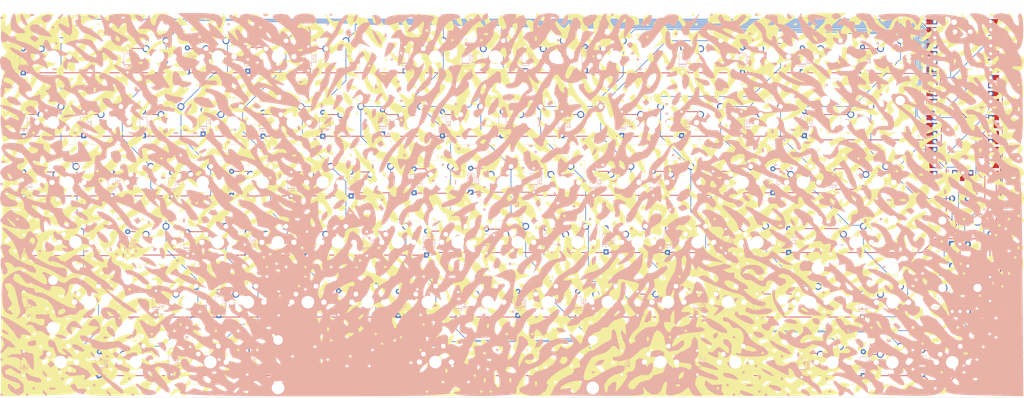
<source format=kicad_pcb>
(kicad_pcb (version 20240108) (generator "pcbnew") (generator_version "8.0")
  (layers (0 "F.Cu" signal) (31 "B.Cu" signal) (34 "B.Paste" user) (35 "F.Paste" user) (36 "B.SilkS" user "B.Silkscreen") (37 "F.SilkS" user "F.Silkscreen") (38 "B.Mask" user) (39 "F.Mask" user) (44 "Edge.Cuts" user))
  (net 0 "")
  (net 1 "row1")
  (net 2 "Net-(D1-A)")
  (net 3 "Net-(D2-A)")
  (net 4 "Net-(D3-A)")
  (net 5 "Net-(D4-A)")
  (net 6 "Net-(D5-A)")
  (net 7 "Net-(D6-A)")
  (net 8 "Net-(D7-A)")
  (net 9 "Net-(D8-A)")
  (net 10 "Net-(D9-A)")
  (net 11 "Net-(D10-A)")
  (net 12 "Net-(D11-A)")
  (net 13 "Net-(D12-A)")
  (net 14 "Net-(D13-A)")
  (net 15 "Net-(D14-A)")
  (net 16 "row2")
  (net 17 "Net-(D15-A)")
  (net 18 "Net-(D16-A)")
  (net 19 "Net-(D17-A)")
  (net 20 "Net-(D18-A)")
  (net 21 "Net-(D19-A)")
  (net 22 "Net-(D20-A)")
  (net 23 "Net-(D21-A)")
  (net 24 "Net-(D22-A)")
  (net 25 "Net-(D23-A)")
  (net 26 "Net-(D24-A)")
  (net 27 "Net-(D25-A)")
  (net 28 "Net-(D26-A)")
  (net 29 "Net-(D27-A)")
  (net 30 "Net-(D28-A)")
  (net 31 "row3")
  (net 32 "Net-(D29-A)")
  (net 33 "Net-(D30-A)")
  (net 34 "Net-(D31-A)")
  (net 35 "Net-(D32-A)")
  (net 36 "Net-(D33-A)")
  (net 37 "Net-(D34-A)")
  (net 38 "Net-(D35-A)")
  (net 39 "Net-(D36-A)")
  (net 40 "Net-(D37-A)")
  (net 41 "Net-(D38-A)")
  (net 42 "Net-(D39-A)")
  (net 43 "Net-(D40-A)")
  (net 44 "Net-(D41-A)")
  (net 45 "Net-(D42-A)")
  (net 46 "row4")
  (net 47 "Net-(D43-A)")
  (net 48 "Net-(D44-A)")
  (net 49 "Net-(D45-A)")
  (net 50 "Net-(D46-A)")
  (net 51 "Net-(D47-A)")
  (net 52 "Net-(D48-A)")
  (net 53 "Net-(D49-A)")
  (net 54 "Net-(D50-A)")
  (net 55 "Net-(D51-A)")
  (net 56 "Net-(D52-A)")
  (net 57 "Net-(D53-A)")
  (net 58 "Net-(D54-A)")
  (net 59 "row5")
  (net 60 "Net-(D55-A)")
  (net 61 "Net-(D56-A)")
  (net 62 "Net-(D57-A)")
  (net 63 "Net-(D58-A)")
  (net 64 "Net-(D59-A)")
  (net 65 "Net-(D60-A)")
  (net 66 "Net-(D61-A)")
  (net 67 "col1")
  (net 68 "col2")
  (net 69 "col3")
  (net 70 "col4")
  (net 71 "col5")
  (net 72 "col6")
  (net 73 "col7")
  (net 74 "col8")
  (net 75 "col9")
  (net 76 "col10")
  (net 77 "col11")
  (net 78 "col12")
  (net 79 "col13")
  (net 80 "col14")
  (net 81 "Net-(D62-A)")
  (net 85 "Net-(D63-A)")
  (net 87 "re2")
  (net 88 "re1")
  (net 91 "re3")
  (net 95 "GND")
  (net 96 "re4")
  (net 97 "Net-(D64-A)")
  (net 98 "Net-(D67-A)")
  (net 99 "Net-(D68-A)")
  (net 100 "row6")
  (net 101 "Net-(D69-A)")
  (net 102 "Net-(D70-A)")
  (net 103 "Net-(D71-A)")
  (net 105 "Net-(D72-A)")
  (net 106 "Net-(D73-A)")
  (net 107 "Net-(D74-A)")
  (net 108 "Net-(D75-A)")
  (net 109 "Net-(D76-A)")
  (net 110 "Net-(D77-A)")
  (net 111 "Net-(D78-A)")
  (net 112 "Net-(D79-A)")
  (net 113 "Net-(D80-A)")
  (footprint "Button_Switch_Keyboard:SW_Cherry_MX_1.00u_PCB" (layer "F.Cu") (at 76.33125 123.02875)
    (property "Reference" "SW1")
    (property "Value" "SW_Push")
  )
  (footprint "Button_Switch_Keyboard:SW_Cherry_MX_1.00u_PCB" (layer "F.Cu") (at 324.00875 102.07625)
    (property "Reference" "SW79")
    (property "Value" "SW_Push")
  )
  (footprint "Button_Switch_Keyboard:SW_Cherry_MX_1.00u_PCB" (layer "F.Cu") (at 204.91875 161.12875)
    (property "Reference" "SW35")
    (property "Value" "SW_Push")
  )
  (footprint "Button_Switch_Keyboard:SW_Cherry_MX_1.00u_PCB" (layer "F.Cu") (at 323.93375 199.3125)
    (property "Reference" "SW60")
    (property "Value" "SW_Push")
  )
  (footprint "Button_Switch_Keyboard:SW_Cherry_MX_1.00u_PCB" (layer "F.Cu") (at 214.45925 180.17875)
    (property "Reference" "SW48")
    (property "Value" "SW_Push")
  )
  (footprint "Button_Switch_Keyboard:SW_Cherry_MX_1.00u_PCB" (layer "F.Cu") (at 104.84525 142.07875)
    (property "Reference" "SW16")
    (property "Value" "SW_Push")
  )
  (footprint "Button_Switch_Keyboard:SW_Cherry_MX_1.00u_PCB" (layer "F.Cu") (at 362.03375 199.3135)
    (property "Reference" "SW64")
    (property "Value" "SW_Push")
  )
  (footprint "Button_Switch_Keyboard:SW_Cherry_MX_1.25u_PCB" (layer "F.Cu") (at 293.12875 199.2855)
    (property "Reference" "SW59")
    (property "Value" "SW_Push")
  )
  (footprint "Button_Switch_Keyboard:SW_Cherry_MX_1.00u_PCB" (layer "F.Cu") (at 119.19375 180.17875)
    (property "Reference" "SW43")
    (property "Value" "SW_Push")
  )
  (footprint "Button_Switch_Keyboard:SW_Cherry_MX_1.00u_PCB" (layer "F.Cu") (at 281.11875 161.12875)
    (property "Reference" "SW39")
    (property "Value" "SW_Push")
  )
  (footprint "Button_Switch_Keyboard:SW_Cherry_MX_1.00u_PCB" (layer "F.Cu") (at 304.93125 123.02875)
    (property "Reference" "SW13")
    (property "Value" "SW_Push")
  )
  (footprint "Button_Switch_Keyboard:SW_Cherry_MX_1.00u_PCB" (layer "F.Cu") (at 252.59225 180.17875)
    (property "Reference" "SW50")
    (property "Value" "SW_Push")
  )
  (footprint "Button_Switch_Keyboard:SW_Cherry_MX_1.00u_PCB" (layer "F.Cu") (at 300.16875 161.12875)
    (property "Reference" "SW40")
    (property "Value" "SW_Push")
  )
  (footprint "Button_Switch_Keyboard:SW_Cherry_MX_1.00u_PCB" (layer "F.Cu") (at 138.24375 180.17875)
    (property "Reference" "SW44")
    (property "Value" "SW_Push")
  )
  (footprint "Button_Switch_Keyboard:SW_Cherry_MX_1.00u_PCB" (layer "F.Cu") (at 285.90875 102.07625)
    (property "Reference" "SW77")
    (property "Value" "SW_Push")
  )
  (footprint "Button_Switch_Keyboard:SW_Cherry_MX_1.00u_PCB" (layer "F.Cu") (at 228.73125 123.02875)
    (property "Reference" "SW9")
    (property "Value" "SW_Push")
  )
  (footprint "Button_Switch_Keyboard:SW_Cherry_MX_1.00u_PCB" (layer "F.Cu") (at 343.05875 180.23325)
    (property "Reference" "SW67")
    (property "Value" "SW_Push")
  )
  (footprint "Button_Switch_Keyboard:SW_Cherry_MX_1.00u_PCB" (layer "F.Cu") (at 114.43125 123.02875)
    (property "Reference" "SW3")
    (property "Value" "SW_Push")
  )
  (footprint "Button_Switch_Keyboard:SW_Cherry_MX_1.50u_PCB" (layer "F.Cu") (at 338.40125 142.07875)
    (property "Reference" "SW28")
    (property "Value" "SW_Push")
  )
  (footprint "Button_Switch_Keyboard:SW_Cherry_MX_1.00u_PCB" (layer "F.Cu") (at 254.9525 102.07625)
    (property "Reference" "SW76")
    (property "Value" "SW_Push")
  )
  (footprint "Button_Switch_Keyboard:SW_Cherry_MX_2.25u_PCB" (layer "F.Cu") (at 88.2375 180.17875)
    (property "Reference" "SW42")
    (property "Value" "SW_Push")
  )
  (footprint "Button_Switch_Keyboard:SW_Cherry_MX_1.00u_PCB" (layer "F.Cu") (at 247.81825 123.02875)
    (property "Reference" "SW10")
    (property "Value" "SW_Push")
  )
  (footprint "Button_Switch_Keyboard:SW_Cherry_MX_1.00u_PCB" (layer "F.Cu") (at 147.79625 102.07625)
    (property "Reference" "SW71")
    (property "Value" "SW_Push")
  )
  (footprint "Button_Switch_Keyboard:SW_Cherry_MX_1.75u_PCB" (layer "F.Cu") (at 83.475 161.12875)
    (property "Reference" "SW29")
    (property "Value" "SW_Push")
  )
  (footprint "Button_Switch_Keyboard:SW_Cherry_MX_1.00u_PCB" (layer "F.Cu") (at 262.06875 161.12875)
    (property "Reference" "SW38")
    (property "Value" "SW_Push")
  )
  (footprint "Button_Switch_Keyboard:SW_Cherry_MX_1.00u_PCB" (layer "F.Cu") (at 109.66875 161.12875)
    (property "Reference" "SW30")
    (property "Value" "SW_Push")
  )
  (footprint "Button_Switch_Keyboard:SW_Cherry_MX_1.00u_PCB" (layer "F.Cu") (at 171.58125 123.02875)
    (property "Reference" "SW6")
    (property "Value" "SW_Push")
  )
  (footprint "Button_Switch_Keyboard:SW_Cherry_MX_1.00u_PCB" (layer "F.Cu") (at 266.83125 123.02875)
    (property "Reference" "SW11")
    (property "Value" "SW_Push")
  )
  (footprint "Button_Switch_Keyboard:SW_Cherry_MX_2.00u_PCB" (layer "F.Cu") (at 333.61325 123.02875)
    (property "Reference" "SW14")
    (property "Value" "SW_Push")
  )
  (footprint "Button_Switch_Keyboard:SW_Cherry_MX_1.00u_PCB" (layer "F.Cu") (at 233.52825 180.17875)
    (property "Reference" "SW49")
    (property "Value" "SW_Push")
  )
  (footprint "Button_Switch_Keyboard:SW_Cherry_MX_1.00u_PCB" (layer "F.Cu") (at 290.77325 180.17875)
    (property "Reference" "SW52")
    (property "Value" "SW_Push")
  )
  (footprint "Button_Switch_Keyboard:SW_Cherry_MX_1.00u_PCB" (layer "F.Cu") (at 342.98375 199.3135)
    (property "Reference" "SW61")
    (property "Value" "SW_Push")
  )
  (footprint "Button_Switch_Keyboard:SW_Cherry_MX_1.00u_PCB" (layer "F.Cu") (at 142.94525 142.07875)
    (property "Reference" "SW18")
    (property "Value" "SW_Push")
  )
  (footprint "Rotary_Encoder:RotaryEncoder_Alps_EC11E-Switch_Vertical_H20mm_CircularMountingHoles" (layer "F.Cu") (at 359.45 188.225 90)
    (property "Reference" "SW62")
    (property "Value" "RotaryEncoder_Switch" (hide yes))
  )
  (footprint "Button_Switch_Keyboard:SW_Cherry_MX_1.00u_PCB" (layer "F.Cu") (at 123.89525 142.07875)
    (property "Reference" "SW17")
    (property "Value" "SW_Push")
  )
  (footprint "Button_Switch_Keyboard:SW_Cherry_MX_1.00u_PCB" (layer "F.Cu") (at 109.69625 102.07625)
    (property "Reference" "SW69")
    (property "Value" "SW_Push")
  )
  (footprint "Button_Switch_Keyboard:SW_Cherry_MX_1.00u_PCB" (layer "F.Cu") (at 176.34375 180.17875)
    (property "Reference" "SW46")
    (property "Value" "SW_Push")
  )
  (footprint "Button_Switch_Keyboard:SW_Cherry_MX_1.00u_PCB" (layer "F.Cu") (at 147.76875 161.12875)
    (property "Reference" "SW32")
    (property "Value" "SW_Push")
  )
  (footprint "Button_Switch_Keyboard:SW_Cherry_MX_1.00u_PCB" (layer "F.Cu") (at 243.01875 161.12875)
    (property "Reference" "SW37")
    (property "Value" "SW_Push")
  )
  (footprint "Button_Switch_Keyboard:SW_Cherry_MX_1.00u_PCB" (layer "F.Cu") (at 200.09525 142.07875)
    (property "Reference" "SW21")
    (property "Value" "SW_Push")
  )
  (footprint "Button_Switch_Keyboard:SW_Cherry_MX_1.00u_PCB" (layer "F.Cu") (at 223.96875 161.12875)
    (property "Reference" "SW36")
    (property "Value" "SW_Push")
  )
  (footprint "Button_Switch_Keyboard:SW_Cherry_MX_1.00u_PCB" (layer "F.Cu") (at 276.42125 142.07875)
    (property "Reference" "SW25")
    (property "Value" "SW_Push")
  )
  (footprint "Button_Switch_Keyboard:SW_Cherry_MX_1.00u_PCB" (layer "F.Cu") (at 314.53625 142.07875)
    (property "Reference" "SW27")
    (property "Value" "SW_Push")
  )
  (footprint "Button_Switch_Keyboard:SW_Cherry_MX_1.00u_PCB" (layer "F.Cu") (at 257.39125 142.07875)
    (property "Reference" "SW24")
    (property "Value" "SW_Push")
  )
  (footprint "Rotary_Encoder:RotaryEncoder_Alps_EC11E-Switch_Vertical_H20mm_CircularMountingHoles" (layer "F.Cu") (at 359.45 166.79375 90)
    (property "Reference" "SW63" (hide yes))
    (property "Value" "RotaryEncoder_Switch" (hide yes))
  )
  (footprint "Button_Switch_Keyboard:SW_Cherry_MX_1.00u_PCB" (layer "F.Cu") (at 238.32125 142.07875)
    (property "Reference" "SW23")
    (property "Value" "SW_Push")
  )
  (footprint "pico:RPi_Pico_SMD_TH" (layer "F.Cu") (at 362.817 120.178)
    (property "Reference" "U1")
    (property "Value" "Pico" (hide yes))
  )
  (footprint "Button_Switch_Keyboard:SW_Cherry_MX_1.00u_PCB" (layer "F.Cu") (at 197.8025 102.07625)
    (property "Reference" "SW73")
    (property "Value" "SW_Push")
  )
  (footprint "Button_Switch_Keyboard:SW_Cherry_MX_1.00u_PCB" (layer "F.Cu") (at 295.45125 142.07875)
    (property "Reference" "SW26")
    (property "Value" "SW_Push")
  )
  (footprint "Button_Switch_Keyboard:SW_Cherry_MX_1.00u_PCB" (layer "F.Cu") (at 128.71875 161.12875)
    (property "Reference" "SW31")
    (property "Value" "SW_Push")
  )
  (footprint "Button_Switch_Keyboard:SW_Cherry_MX_1.00u_PCB" (layer "F.Cu") (at 157.29375 180.17875)
    (property "Reference" "SW45")
    (property "Value" "SW_Push")
  )
  (footprint "Button_Switch_Keyboard:SW_Cherry_MX_1.50u_PCB" (layer "F.Cu") (at 81.09375 142.07875)
    (property "Reference" "SW15")
    (property "Value" "SW_Push")
  )
  (footprint "LOGO" (layer "F.Cu") (at 219.75 154.25)
    (property "Reference" "G***")
    (property "Value" "LOGO" (hide yes))
  )
  (footprint "Button_Switch_Keyboard:SW_Cherry_MX_1.00u_PCB" (layer "F.Cu") (at 128.74625 102.07625)
    (property "Reference" "SW70")
    (property "Value" "SW_Push")
  )
  (footprint "Button_Switch_Keyboard:SW_Cherry_MX_1.00u_PCB" (layer "F.Cu") (at 185.86875 161.12875)
    (property "Reference" "SW34")
    (property "Value" "SW_Push")
  )
  (footprint "Button_Switch_Keyboard:SW_Cherry_MX_1.75u_PCB" (layer "F.Cu") (at 316.865 180.23325)
    (property "Reference" "SW53")
    (property "Value" "SW_Push")
  )
  (footprint "Button_Switch_Keyboard:SW_Cherry_MX_1.00u_PCB" (layer "F.Cu") (at 133.48125 123.02875)
    (property "Reference" "SW4")
    (property "Value" "SW_Push")
  )
  (footprint "Button_Switch_Keyboard:SW_Cherry_MX_2.25u_PCB" (layer "F.Cu") (at 331.26425 161.12875)
    (property "Reference" "SW41")
    (property "Value" "SW_Push")
  )
  (footprint "Button_Switch_Keyboard:SW_Cherry_MX_1.00u_PCB" (layer "F.Cu") (at 181.04525 142.07875)
    (property "Reference" "SW20")
    (property "Value" "SW_Push")
  )
  (footprint "Button_Switch_Keyboard:SW_Cherry_MX_1.00u_PCB" (layer "F.Cu") (at 216.8525 102.07625)
    (property "Reference" "SW74")
    (property "Value" "SW_Push")
  )
  (footprint "Button_Switch_Keyboard:SW_Cherry_MX_1.25u_PCB" (layer "F.Cu") (at 78.73175 199.2285)
    (property "Reference" "SW54")
    (property "Value" "SW_Push")
  )
  (footprint "Button_Switch_Keyboard:SW_Cherry_MX_1.00u_PCB" (layer "F.Cu") (at 285.88125 123.02875)
    (property "Reference" "SW12")
    (property "Value" "SW_Push")
  )
  (footprint "Button_Switch_Keyboard:SW_Cherry_MX_1.00u_PCB" (layer "F.Cu") (at 95.38125 123.02875)
    (property "Reference" "SW2")
    (property "Value" "SW_Push")
  )
  (footprint "Button_Switch_Keyboard:SW_Cherry_MX_1.25u_PCB" (layer "F.Cu") (at 102.55575 199.2545)
    (property "Reference" "SW55")
    (property "Value" "SW_Push")
  )
  (footprint "Button_Switch_Keyboard:SW_Cherry_MX_1.00u_PCB" (layer "F.Cu") (at 343.05875 102.07625)
    (property "Reference" "SW80")
    (property "Value" "SW_Push")
  )
  (footprint "Button_Switch_Keyboard:SW_Cherry_MX_1.00u_PCB" (layer "F.Cu") (at 166.84625 102.07625)
    (property "Reference" "SW72")
    (property "Value" "SW_Push")
  )
  (footprint "Button_Switch_Keyboard:SW_Cherry_MX_1.00u_PCB" (layer "F.Cu") (at 76.35875 102.07625)
    (property "Reference" "SW68")
    (property "Value" "SW_Push")
  )
  (footprint "Button_Switch_Keyboard:SW_Cherry_MX_1.00u_PCB" (layer "F.Cu") (at 161.99525 142.07875)
    (property "Reference" "SW19")
    (property "Value" "SW_Push")
  )
  (footprint "Button_Switch_Keyboard:SW_Cherry_MX_1.00u_PCB" (layer "F.Cu") (at 190.63125 123.02875)
    (property "Reference" "SW7")
    (property "Value" "SW_Push")
  )
  (footprint "Button_Switch_Keyboard:SW_Cherry_MX_1.00u_PCB" (layer "F.Cu") (at 152.53125 123.02875)
    (property "Reference" "SW5")
    (property "Value" "SW_Push")
  )
  (footprint "Button_Switch_Keyboard:SW_Cherry_MX_1.00u_PCB" (layer "F.Cu") (at 304.95875 102.07625)
    (property "Reference" "SW78")
    (property "Value" "SW_Push")
  )
  (footprint "Button_Switch_Keyboard:SW_Cherry_MX_1.25u_PCB" (layer "F.Cu") (at 269.32275 199.2325)
    (property "Reference" "SW58")
    (property "Value" "SW_Push")
  )
  (footprint "Button_Switch_Keyboard:SW_Cherry_MX_1.00u_PCB" (layer "F.Cu") (at 209.70125 123.02875)
    (property "Reference" "SW8")
    (property "Value" "SW_Push")
  )
  (footprint "Button_Switch_Keyboard:SW_Cherry_MX_1.00u_PCB" (layer "F.Cu") (at 166.81875 161.12875)
    (property "Reference" "SW33")
    (property "Value" "SW_Push")
  )
  (footprint "Button_Switch_Keyboard:SW_Cherry_MX_1.00u_PCB" (layer "F.Cu") (at 195.40925 180.17875)
    (property "Reference" "SW47")
    (property "Value" "SW_Push")
  )
  (footprint "Button_Switch_Keyboard:SW_Cherry_MX_6.25u_PCB" (layer "F.Cu") (at 197.82375 199.2245)
    (property "Reference" "SW57")
    (property "Value" "SW_Push")
  )
  (footprint "Button_Switch_Keyboard:SW_Cherry_MX_1.25u_PCB" (layer "F.Cu") (at 126.30575 199.2415)
    (property "Reference" "SW56")
    (property "Value" "SW_Push")
  )
  (footprint "Button_Switch_Keyboard:SW_Cherry_MX_1.00u_PCB" (layer "F.Cu") (at 219.29125 142.07875)
    (property "Reference" "SW22")
    (property "Value" "SW_Push")
  )
  (footprint "Button_Switch_Keyboard:SW_Cherry_MX_1.00u_PCB" (layer "F.Cu") (at 271.68925 180.17875)
    (property "Reference" "SW51")
    (property "Value" "SW_Push")
  )
  (footprint "Button_Switch_Keyboard:SW_Cherry_MX_1.00u_PCB" (layer "F.Cu") (at 235.9025 102.07625)
    (property "Reference" "SW75")
    (property "Value" "SW_Push")
  )
  (footprint "Diode_THT:D_DO-35_SOD27_P7.62mm_Horizontal" (layer "B.Cu") (at 164.5 189.27 90)
    (property "Reference" "D46")
    (property "Value" "1N4148")
  )
  (footprint "Diode_THT:D_DO-35_SOD27_P7.62mm_Horizontal" (layer "B.Cu") (at 235.5 132.27 90)
    (property "Reference" "D10")
    (property "Value" "1N4148")
  )
  (footprint "Diode_THT:D_DO-35_SOD27_P7.62mm_Horizontal" (layer "B.Cu") (at 242.9 111.596 90)
    (property "Reference" "D76")
    (property "Value" "1N4148")
  )
  (footprint "Diode_THT:D_DO-35_SOD27_P7.62mm_Horizontal" (layer "B.Cu") (at 135.5 208.27 90)
    (property "Reference" "D57")
    (property "Value" "1N4148")
  )
  (footprint "Diode_THT:D_DO-35_SOD27_P7.62mm_Horizontal" (layer "B.Cu") (at 154.889 111.57 90)
    (property "Reference" "D72")
    (property "Value" "1N4148")
  )
  (footprint "Diode_THT:D_DO-35_SOD27_P7.62mm_Horizontal" (layer "B.Cu") (at 192.5 170.27 90)
    (property "Reference" "D35")
    (property "Value" "1N4148")
  )
  (footprint "Diode_THT:D_DO-35_SOD27_P7.62mm_Horizontal" (layer "B.Cu") (at 216.5 132.27 90)
    (property "Reference" "D9")
    (property "Value" "1N4148")
  )
  (footprint "Diode_THT:D_DO-35_SOD27_P7.62mm_Horizontal" (layer "B.Cu") (at 302.5 150.46 90)
    (property "Reference" "D27")
    (property "Value" "1N4148")
  )
  (footprint "Diode_THT:D_DO-35_SOD27_P7.62mm_Horizontal" (layer "B.Cu") (at 126.5 189.46 90)
    (property "Reference" "D44")
    (property "Value" "1N4148")
  )
  (footprint "Diode_THT:D_DO-35_SOD27_P7.62mm_Horizontal" (layer "B.Cu") (at 149.5 151.46 90)
    (property "Reference" "D19")
    (property "Value" "1N4148")
  )
  (footprint "Diode_THT:D_DO-35_SOD27_P7.62mm_Horizontal" (layer "B.Cu") (at 273.797 111.976 90)
    (property "Reference" "D77")
    (property "Value" "1N4148")
  )
  (footprint "Diode_THT:D_DO-35_SOD27_P7.62mm_Horizontal" (layer "B.Cu") (at 197.5 132.27 90)
    (property "Reference" "D8")
    (property "Value" "1N4148")
  )
  (footprint "Diode_THT:D_DO-35_SOD27_P7.62mm_Horizontal" (layer "B.Cu") (at 140.5 132.46 90)
    (property "Reference" "D5")
    (property "Value" "1N4148")
  )
  (footprint "Diode_THT:D_DO-35_SOD27_P7.62mm_Horizontal" (layer "B.Cu") (at 188.5 150.46 90)
    (property "Reference" "D21")
    (property "Value" "1N4148")
  )
  (footprint "Diode_THT:D_DO-35_SOD27_P7.62mm_Horizontal" (layer "B.Cu") (at 135.5 170.46 90)
    (property "Reference" "D32")
    (property "Value" "1N4148")
  )
  (footprint "Diode_THT:D_DO-35_SOD27_P7.62mm_Horizontal" (layer "B.Cu") (at 83.5 132.27 90)
    (property "Reference" "D2")
    (property "Value" "1N4148")
  )
  (footprint "Diode_THT:D_DO-35_SOD27_P7.62mm_Horizontal" (layer "B.Cu") (at 102.5 132.27 90)
    (property "Reference" "D3")
    (property "Value" "1N4148")
  )
  (footprint "Diode_THT:D_DO-35_SOD27_P7.62mm_Horizontal" (layer "B.Cu") (at 204.866 111.671 90)
    (property "Reference" "D74")
    (property "Value" "1N4148")
  )
  (footprint "Diode_THT:D_DO-35_SOD27_P7.62mm_Horizontal" (layer "B.Cu") (at 178.5 131.76 90)
    (property "Reference" "D7")
    (property "Value" "1N4148")
  )
  (footprint "Diode_THT:D_DO-35_SOD27_P7.62mm_Horizontal" (layer "B.Cu") (at 230.5 169.46 90)
    (property "Reference" "D37")
    (property "Value" "1N4148")
  )
  (footprint "Diode_THT:D_DO-35_SOD27_P7.62mm_Horizontal" (layer "B.Cu") (at 97.5 170.46 90)
    (property "Reference" "D30")
    (property "Value" "1N4148")
  )
  (footprint "Diode_THT:D_DO-35_SOD27_P7.62mm_Horizontal" (layer "B.Cu") (at 312.5 132.27 90)
    (property "Reference" "D14")
    (property "Value" "1N4148")
  )
  (footprint "Diode_THT:D_DO-35_SOD27_P7.62mm_Horizontal" (layer "B.Cu") (at 371.475 177.27125 -90)
    (property "Reference" "D62")
    (property "Value" "1N4148")
  )
  (footprint "Diode_THT:D_DO-35_SOD27_P7.62mm_Horizontal" (layer "B.Cu") (at 64.5 208.65 90)
    (property "Reference" "D54")
    (property "Value" "1N4148")
  )
  (footprint "Diode_THT:D_DO-35_SOD27_P7.62mm_Horizontal" (layer "B.Cu") (at 64.302 112.282 90)
    (property "Reference" "D68")
    (property "Value" "1N4148")
  )
  (footprint "Diode_THT:D_DO-35_SOD27_P7.62mm_Horizontal" (layer "B.Cu") (at 350.044 208.267 90)
    (property "Reference" "D64")
    (property "Value" "1N4148")
  )
  (footprint "Diode_THT:D_DO-35_SOD27_P7.62mm_Horizontal" (layer "B.Cu") (at 331.23625 208.65 90)
    (property "Reference" "D61")
    (property "Value" "1N4148")
  )
  (footprint "Diode_THT:D_DO-35_SOD27_P7.62mm_Horizontal" (layer "B.Cu") (at 183.5 189.46 90)
    (property "Reference" "D47")
    (property "Value" "1N4148")
  )
  (footprint "Diode_THT:D_DO-35_SOD27_P7.62mm_Horizontal" (layer "B.Cu") (at 269 169.46 90)
    (property "Reference" "D39")
    (property "Value" "1N4148")
  )
  (footprint "Diode_THT:D_DO-35_SOD27_P7.62mm_Horizontal" (layer "B.Cu") (at 168.5 151.46 90)
    (property "Reference" "D20")
    (property "Value" "1N4148")
  )
  (footprint "Diode_THT:D_DO-35_SOD27_P7.62mm_Horizontal" (layer "B.Cu") (at 145.5 189.46 90)
    (property "Reference" "D45")
    (property "Value" "1N4148")
  )
  (footprint "Diode_THT:D_DO-35_SOD27_P7.62mm_Horizontal" (layer "B.Cu") (at 245.5 151.27 90)
    (property "Reference" "D24")
    (property "Value" "1N4148")
  )
  (footprint "Diode_THT:D_DO-35_SOD27_P7.62mm_Horizontal" (layer "B.Cu") (at 64.5 151.46 90)
    (property "Reference" "D15")
    (property "Value" "1N4148")
  )
  (footprint "Diode_THT:D_DO-35_SOD27_P7.62mm_Horizontal" (layer "B.Cu") (at 154.5 170.46 90)
    (property "Reference" "D33")
    (property "Value" "1N4148")
  )
  (footprint "Diode_THT:D_DO-35_SOD27_P7.62mm_Horizontal" (layer "B.Cu") (at 202.5 189.65 90)
    (property "Reference" "D48")
    (property "Value" "1N4148")
  )
  (footprint "Diode_THT:D_DO-35_SOD27_P7.62mm_Horizontal" (layer "B.Cu") (at 321.5 150.46 90)
    (property "Reference" "D28")
    (property "Value" "1N4148")
  )
  (footprint "Diode_THT:D_DO-35_SOD27_P7.62mm_Horizontal" (layer "B.Cu") (at 116.474 111.982 90)
    (property "Reference" "D70")
    (property "Value" "1N4148")
  )
  (footprint "Diode_THT:D_DO-35_SOD27_P7.62mm_Horizontal" (layer "B.Cu") (at 278.5 208.27 90)
    (property "Reference" "D59")
    (property "Value" "1N4148")
  )
  (footprint "Diode_THT:D_DO-35_SOD27_P7.62mm_Horizontal" (layer "B.Cu") (at 259.5 189.46 90)
    (property "Reference" "D51")
    (property "Value" "1N4148")
  )
  (footprint "Diode_THT:D_DO-35_SOD27_P7.62mm_Horizontal" (layer "B.Cu") (at 254.5 132.27 90)
    (property "Reference" "D11")
    (property "Value" "1N4148")
  )
  (footprint "Diode_THT:D_DO-35_SOD27_P7.62mm_Horizontal" (layer "B.Cu") (at 173.5 170.46 90)
    (property "Reference" "D34")
    (property "Value" "1N4148")
  )
  (footprint "Diode_THT:D_DO-35_SOD27_P7.62mm_Horizontal" (layer "B.Cu") (at 264.5 151.27 90)
    (property "Reference" "D25")
    (property "Value" "1N4148")
  )
  (footprint "Diode_THT:D_DO-35_SOD27_P7.62mm_Horizontal" (layer "B.Cu") (at 307.5 169.46 90)
    (property "Reference" "D41")
    (property "Value" "1N4148")
  )
  (footprint "Diode_THT:D_DO-35_SOD27_P7.62mm_Horizontal" (layer "B.Cu") (at 223.83 111.641 90)
    (property "Reference" "D75")
    (property "Value" "1N4148")
  )
  (footprint "Diode_THT:D_DO-35_SOD27_P7.62mm_Horizontal" (layer "B.Cu") (at 371.475 155.84 -90)
    (property "Reference" "D63")
    (property "Value" "1N4148")
  )
  (footprint "Diode_THT:D_DO-35_SOD27_P7.62mm_Horizontal" (layer "B.Cu") (at 111.5 208.27 90)
    (property "Reference" "D56")
    (property "Value" "1N4148")
  )
  (footprint "Diode_THT:D_DO-35_SOD27_P7.62mm_Horizontal" (layer "B.Cu") (at 135.668 111.784 90)
    (property "Reference" "D71")
    (property "Value" "1N4148")
  )
  (footprint "Diode_THT:D_DO-35_SOD27_P7.62mm_Horizontal" (layer "B.Cu") (at 206.5 150.27 90)
    (property "Reference" "D22")
    (property "Value" "1N4148")
  )
  (footprint "Diode_THT:D_DO-35_SOD27_P7.62mm_Horizontal" (layer "B.Cu") (at 292.5 132.27 90)
    (property "Reference" "D13")
    (property "Value" "1N4148")
  )
  (footprint "Diode_THT:D_DO-35_SOD27_P7.62mm_Horizontal" (layer "B.Cu") (at 221.5 189.46 90)
    (property "Reference" "D49")
    (property "Value" "1N4148")
  )
  (footprint "Diode_THT:D_DO-35_SOD27_P7.62mm_Horizontal" (layer "B.Cu") (at 185.685 111.696 90)
    (property "Reference" "D73")
    (property "Value" "1N4148")
  )
  (footprint "Diode_THT:D_DO-35_SOD27_P7.62mm_Horizontal" (layer "B.Cu") (at 64.5 132.46 90)
    (property "Reference" "D1")
    (property "Value" "1N4148")
  )
  (footprint "Diode_THT:D_DO-35_SOD27_P7.62mm_Horizontal" (layer "B.Cu") (at 311.644 209.166 90)
    (property "Reference" "D60")
    (property "Value" "1N4148")
  )
  (footprint "Diode_THT:D_DO-35_SOD27_P7.62mm_Horizontal" (layer "B.Cu") (at 130.5 151.27 90)
    (property "Reference" "D18")
    (property "Value" "1N4148")
  )
  (footprint "Diode_THT:D_DO-35_SOD27_P7.62mm_Horizontal" (layer "B.Cu") (at 330.991 111.761 90)
    (property "Reference" "D80")
    (property "Value" "1N4148")
  )
  (footprint "Diode_THT:D_DO-35_SOD27_P7.62mm_Horizontal" (layer "B.Cu") (at 92.5 151.46 90)
    (property "Reference" "D16")
    (property "Value" "1N4148")
  )
  (footprint "Diode_THT:D_DO-35_SOD27_P7.62mm_Horizontal" (layer "B.Cu") (at 97.463 112.138 90)
    (property "Reference" "D69")
    (property "Value" "1N4148")
  )
  (footprint "Diode_THT:D_DO-35_SOD27_P7.62mm_Horizontal" (layer "B.Cu") (at 254.5 208.27 90)
    (property "Reference" "D58")
    (property "Value" "1N4148")
  )
  (footprint "Diode_THT:D_DO-35_SOD27_P7.62mm_Horizontal" (layer "B.Cu") (at 211.5 169.65 90)
    (property "Reference" "D36")
    (property "Value" "1N4148")
  )
  (footprint "Diode_THT:D_DO-35_SOD27_P7.62mm_Horizontal" (layer "B.Cu") (at 226.5 150.27 90)
    (property "Reference" "D23")
    (property "Value" "1N4148")
  )
  (footprint "Diode_THT:D_DO-35_SOD27_P7.62mm_Horizontal" (layer "B.Cu") (at 159.5 132.46 90)
    (property "Reference" "D6")
    (property "Value" "1N4148")
  )
  (footprint "Diode_THT:D_DO-35_SOD27_P7.62mm_Horizontal" (layer "B.Cu") (at 330.974 189.976 90)
    (property "Reference" "D67")
    (property "Value" "1N4148")
  )
  (footprint "Diode_THT:D_DO-35_SOD27_P7.62mm_Horizontal" (layer "B.Cu") (at 116.5 170.46 90)
    (property "Reference" "D31")
    (property "Value" "1N4148")
  )
  (footprint "Diode_THT:D_DO-35_SOD27_P7.62mm_Horizontal" (layer "B.Cu") (at 311.862 111.966 90)
    (property "Reference" "D79")
    (property "Value" "1N4148")
  )
  (footprint "Diode_THT:D_DO-35_SOD27_P7.62mm_Horizontal" (layer "B.Cu") (at 292.849 112.034 90)
    (property "Reference" "D78")
    (property "Value" "1N4148")
  )
  (footprint "Diode_THT:D_DO-35_SOD27_P7.62mm_Horizontal" (layer "B.Cu") (at 273.5 132.27 90)
    (property "Reference" "D12")
    (property "Value" "1N4148")
  )
  (footprint "Diode_THT:D_DO-35_SOD27_P7.62mm_Horizontal" (layer "B.Cu") (at 64.5 189.46 90)
    (property "Reference" "D42")
    (property "Value" "1N4148")
  )
  (footprint "Diode_THT:D_DO-35_SOD27_P7.62mm_Horizontal" (layer "B.Cu") (at 121.5 131.76 90)
    (property "Reference" "D4")
    (property "Value" "1N4148")
  )
  (footprint "Diode_THT:D_DO-35_SOD27_P7.62mm_Horizontal" (layer "B.Cu") (at 240.5 189.46 90)
    (property "Reference" "D50")
    (property "Value" "1N4148")
  )
  (footprint "Diode_THT:D_DO-35_SOD27_P7.62mm_Horizontal" (layer "B.Cu") (at 249.5 169.27 90)
    (property "Reference" "D38")
    (property "Value" "1N4148")
  )
  (footprint "Diode_THT:D_DO-35_SOD27_P7.62mm_Horizontal" (layer "B.Cu") (at 64.5 171.46 90)
    (property "Reference" "D29")
    (property "Value" "1N4148")
  )
  (footprint "Diode_THT:D_DO-35_SOD27_P7.62mm_Horizontal" (layer "B.Cu") (at 278.5 189.65 90)
    (property "Reference" "D52")
    (property "Value" "1N4148")
  )
  (footprint "Diode_THT:D_DO-35_SOD27_P7.62mm_Horizontal" (layer "B.Cu") (at 88.5 208.65 90)
    (property "Reference" "D55")
    (property "Value" "1N4148")
  )
  (footprint "Diode_THT:D_DO-35_SOD27_P7.62mm_Horizontal" (layer "B.Cu") (at 283.5 151.27 90)
    (property "Reference" "D26")
    (property "Value" "1N4148")
  )
  (footprint "LOGO" (layer "B.Cu") (at 219.5 154.25 180)
    (property "Reference" "G***")
    (property "Value" "LOGO" (hide yes))
  )
  (footprint "Diode_THT:D_DO-35_SOD27_P7.62mm_Horizontal" (layer "B.Cu") (at 111.5 151.65 90)
    (property "Reference" "D17")
    (property "Value" "1N4148")
  )
  (footprint "Diode_THT:D_DO-35_SOD27_P7.62mm_Horizontal" (layer "B.Cu") (at 106.5 189.27 90)
    (property "Reference" "D43")
    (property "Value" "1N4148")
  )
  (footprint "Diode_THT:D_DO-35_SOD27_P7.62mm_Horizontal" (layer "B.Cu") (at 287.5 169.65 90)
    (property "Reference" "D40")
    (property "Value" "1N4148")
  )
  (footprint "Diode_THT:D_DO-35_SOD27_P7.62mm_Horizontal" (layer "B.Cu") (at 297.5 190.27 90)
    (property "Reference" "D53")
    (property "Value" "1N4148")
  )
  (gr_rect (start 61.6425 94.63125) (end 376.49875 215.65) (stroke (width 0.05)) (fill none) (layer "Edge.Cuts"))
  (segment (start 350.965 133.624) (end 350.965 141.095) (width 0.2) (layer "F.Cu") (net 1))
  (segment (start 312.31 132.46) (end 312.5 132.27) (width 0.2) (layer "F.Cu") (net 1))
  (segment (start 351.097 141.227) (end 353.386 141.227) (width 0.2) (layer "F.Cu") (net 1))
  (segment (start 64.5 132.46) (end 312.31 132.46) (width 0.2) (layer "F.Cu") (net 1))
  (segment (start 353.386 141.227) (end 353.927 141.768) (width 0.2) (layer "F.Cu") (net 1))
  (segment (start 312.5 132.27) (end 313.854 133.624) (width 0.2) (layer "F.Cu") (net 1))
  (segment (start 350.965 141.095) (end 351.097 141.227) (width 0.2) (layer "F.Cu") (net 1))
  (segment (start 313.854 133.624) (end 350.965 133.624) (width 0.2) (layer "F.Cu") (net 1))
  (segment (start 69.98125 125.56875) (end 65.22875 125.56875) (width 0.2) (layer "F.Cu") (net 2))
  (segment (start 65.22875 125.56875) (end 64.5 124.84) (width 0.2) (layer "F.Cu") (net 2))
  (segment (start 89.03125 125.56875) (end 84.41875 125.56875) (width 0.2) (layer "F.Cu") (net 3))
  (segment (start 84.41875 125.56875) (end 83.5 124.65) (width 0.2) (layer "F.Cu") (net 3))
  (segment (start 108.08125 125.56875) (end 103.41875 125.56875) (width 0.2) (layer "F.Cu") (net 4))
  (segment (start 103.41875 125.56875) (end 102.5 124.65) (width 0.2) (layer "F.Cu") (net 4))
  (segment (start 122.92875 125.56875) (end 121.5 124.14) (width 0.2) (layer "F.Cu") (net 5))
  (segment (start 127.13125 125.56875) (end 122.92875 125.56875) (width 0.2) (layer "F.Cu") (net 5))
  (segment (start 141.22875 125.56875) (end 140.5 124.84) (width 0.2) (layer "F.Cu") (net 6))
  (segment (start 146.18125 125.56875) (end 141.22875 125.56875) (width 0.2) (layer "F.Cu") (net 6))
  (segment (start 165.23125 125.56875) (end 160.22875 125.56875) (width 0.2) (layer "F.Cu") (net 7))
  (segment (start 160.22875 125.56875) (end 159.5 124.84) (width 0.2) (layer "F.Cu") (net 7))
  (segment (start 184.28125 125.56875) (end 179.92875 125.56875) (width 0.2) (layer "F.Cu") (net 8))
  (segment (start 179.92875 125.56875) (end 178.5 124.14) (width 0.2) (layer "F.Cu") (net 8))
  (segment (start 198.41875 125.56875) (end 197.5 124.65) (width 0.2) (layer "F.Cu") (net 9))
  (segment (start 203.35125 125.56875) (end 198.41875 125.56875) (width 0.2) (layer "F.Cu") (net 9))
  (segment (start 222.38125 125.56875) (end 217.41875 125.56875) (width 0.2) (layer "F.Cu") (net 10))
  (segment (start 217.41875 125.56875) (end 216.5 124.65) (width 0.2) (layer "F.Cu") (net 10))
  (segment (start 241.46825 125.56875) (end 236.41875 125.56875) (width 0.2) (layer "F.Cu") (net 11))
  (segment (start 236.41875 125.56875) (end 235.5 124.65) (width 0.2) (layer "F.Cu") (net 11))
  (segment (start 255.41875 125.56875) (end 254.5 124.65) (width 0.2) (layer "F.Cu") (net 12))
  (segment (start 260.48125 125.56875) (end 255.41875 125.56875) (width 0.2) (layer "F.Cu") (net 12))
  (segment (start 279.53125 125.56875) (end 278.6125 124.65) (width 0.2) (layer "F.Cu") (net 13))
  (segment (start 278.6125 124.65) (end 273.5 124.65) (width 0.2) (layer "F.Cu") (net 13))
  (segment (start 298.58125 125.56875) (end 293.41875 125.56875) (width 0.2) (layer "F.Cu") (net 14))
  (segment (start 293.41875 125.56875) (end 292.5 124.65) (width 0.2) (layer "F.Cu") (net 14))
  (segment (start 327.26325 125.56875) (end 313.41875 125.56875) (width 0.2) (layer "F.Cu") (net 15))
  (segment (start 313.41875 125.56875) (end 312.5 124.65) (width 0.2) (layer "F.Cu") (net 15))
  (segment (start 283.5 151.27) (end 227.5 151.27) (width 0.2) (layer "F.Cu") (net 16))
  (segment (start 169.5 150.46) (end 168.5 151.46) (width 0.2) (layer "F.Cu") (net 16))
  (segment (start 226.5 150.27) (end 206.5 150.27) (width 0.2) (layer "F.Cu") (net 16))
  (segment (start 188.5 150.46) (end 169.5 150.46) (width 0.2) (layer "F.Cu") (net 16))
  (segment (start 205.3 150.6) (end 188.64 150.6) (width 0.2) (layer "F.Cu") (net 16))
  (segment (start 334.882 144.308) (end 332.33 146.86) (width 0.2) (layer "F.Cu") (net 16))
  (segment (start 353.927 144.308) (end 334.882 144.308) (width 0.2) (layer "F.Cu") (net 16))
  (segment (start 227.5 151.27) (end 226.5 150.27) (width 0.2) (layer "F.Cu") (net 16))
  (segment (start 332.33 149.32) (end 322.64 149.32) (width 0.2) (layer "F.Cu") (net 16))
  (segment (start 205.63 150.27) (end 205.3 150.6) (width 0.2) (layer "F.Cu") (net 16))
  (segment (start 168.5 151.46) (end 92.5 151.46) (width 0.2) (layer "F.Cu") (net 16))
  (segment (start 188.64 150.6) (end 188.5 150.46) (width 0.2) (layer "F.Cu") (net 16))
  (segment (start 321.5 150.46) (end 284.31 150.46) (width 0.2) (layer "F.Cu") (net 16))
  (segment (start 206.5 150.27) (end 205.63 150.27) (width 0.2) (layer "F.Cu") (net 16))
  (segment (start 322.64 149.32) (end 321.5 150.46) (width 0.2) (layer "F.Cu") (net 16))
  (segment (start 92.5 151.46) (end 64.5 151.46) (width 0.2) (layer "F.Cu") (net 16))
  (segment (start 284.31 150.46) (end 283.5 151.27) (width 0.2) (layer "F.Cu") (net 16))
  (segment (start 332.33 146.86) (end 332.33 149.32) (width 0.2) (layer "F.Cu") (net 16))
  (segment (start 73.965 143.84) (end 74.74375 144.61875) (width 0.2) (layer "F.Cu") (net 17))
  (segment (start 64.5 143.84) (end 73.965 143.84) (width 0.2) (layer "F.Cu") (net 17))
  (segment (start 97.7165 143.84) (end 98.49525 144.61875) (width 0.2) (layer "F.Cu") (net 18))
  (segment (start 92.5 143.84) (end 97.7165 143.84) (width 0.2) (layer "F.Cu") (net 18))
  (segment (start 116.9565 144.03) (end 111.5 144.03) (width 0.2) (layer "F.Cu") (net 19))
  (segment (start 117.54525 144.61875) (end 116.9565 144.03) (width 0.2) (layer "F.Cu") (net 19))
  (segment (start 135.6265 143.65) (end 136.59525 144.61875) (width 0.2) (layer "F.Cu") (net 20))
  (segment (start 130.5 143.65) (end 135.6265 143.65) (width 0.2) (layer "F.Cu") (net 20))
  (segment (start 154.8665 143.84) (end 155.64525 144.61875) (width 0.2) (layer "F.Cu") (net 21))
  (segment (start 149.5 143.84) (end 154.8665 143.84) (width 0.2) (layer "F.Cu") (net 21))
  (segment (start 173.9165 143.84) (end 174.69525 144.61875) (width 0.2) (layer "F.Cu") (net 22))
  (segment (start 168.5 143.84) (end 173.9165 143.84) (width 0.2) (layer "F.Cu") (net 22))
  (segment (start 191.9665 142.84) (end 193.74525 144.61875) (width 0.2) (layer "F.Cu") (net 23))
  (segment (start 188.5 142.84) (end 191.9665 142.84) (width 0.2) (layer "F.Cu") (net 23))
  (segment (start 210.9725 142.65) (end 212.94125 144.61875) (width 0.2) (layer "F.Cu") (net 24))
  (segment (start 206.5 142.65) (end 210.9725 142.65) (width 0.2) (layer "F.Cu") (net 24))
  (segment (start 230.0025 142.65) (end 231.97125 144.61875) (width 0.2) (layer "F.Cu") (net 25))
  (segment (start 226.5 142.65) (end 230.0025 142.65) (width 0.2) (layer "F.Cu") (net 25))
  (segment (start 250.0725 143.65) (end 251.04125 144.61875) (width 0.2) (layer "F.Cu") (net 26))
  (segment (start 245.5 143.65) (end 250.0725 143.65) (width 0.2) (layer "F.Cu") (net 26))
  (segment (start 269.1025 143.65) (end 270.07125 144.61875) (width 0.2) (layer "F.Cu") (net 27))
  (segment (start 264.5 143.65) (end 269.1025 143.65) (width 0.2) (layer "F.Cu") (net 27))
  (segment (start 288.1325 143.65) (end 289.10125 144.61875) (width 0.2) (layer "F.Cu") (net 28))
  (segment (start 283.5 143.65) (end 288.1325 143.65) (width 0.2) (layer "F.Cu") (net 28))
  (segment (start 302.5 142.84) (end 306.4075 142.84) (width 0.2) (layer "F.Cu") (net 29))
  (segment (start 306.4075 142.84) (end 308.18625 144.61875) (width 0.2) (layer "F.Cu") (net 29))
  (segment (start 321.5 142.84) (end 330.2725 142.84) (width 0.2) (layer "F.Cu") (net 30))
  (segment (start 330.2725 142.84) (end 332.05125 144.61875) (width 0.2) (layer "F.Cu") (net 30))
  (segment (start 193.31 169.46) (end 192.5 170.27) (width 0.2) (layer "F.Cu") (net 31))
  (segment (start 349.831 169.46) (end 354.2005 165.0905) (width 0.2) (layer "F.Cu") (net 31))
  (segment (start 372.4715 165.0905) (end 373.466 164.096) (width 0.2) (layer "F.Cu") (net 31))
  (segment (start 65.5 170.46) (end 64.5 171.46) (width 0.2) (layer "F.Cu") (net 31))
  (segment (start 307.5 169.46) (end 349.831 169.46) (width 0.2) (layer "F.Cu") (net 31))
  (segment (start 192.5 170.27) (end 97.69 170.27) (width 0.2) (layer "F.Cu") (net 31))
  (segment (start 97.69 170.27) (end 97.5 170.46) (width 0.2) (layer "F.Cu") (net 31))
  (segment (start 373.466 146.067) (end 371.707 144.308) (width 0.2) (layer "F.Cu") (net 31))
  (segment (start 307.5 169.46) (end 193.31 169.46) (width 0.2) (layer "F.Cu") (net 31))
  (segment (start 97.5 170.46) (end 65.5 170.46) (width 0.2) (layer "F.Cu") (net 31))
  (segment (start 373.466 164.096) (end 373.466 146.067) (width 0.2) (layer "F.Cu") (net 31))
  (segment (start 354.2005 165.0905) (end 372.4715 165.0905) (width 0.2) (layer "F.Cu") (net 31))
  (segment (start 371.475 177.27125) (end 371.475 166.087) (width 0.2) (layer "F.Cu") (net 31))
  (segment (start 371.475 166.087) (end 372.4715 165.0905) (width 0.2) (layer "F.Cu") (net 31))
  (segment (start 64.5 163.84) (end 64.67125 163.66875) (width 0.2) (layer "F.Cu") (net 32))
  (segment (start 64.67125 163.66875) (end 77.125 163.66875) (width 0.2) (layer "F.Cu") (net 32))
  (segment (start 97.5 162.84) (end 102.49 162.84) (width 0.2) (layer "F.Cu") (net 33))
  (segment (start 102.49 162.84) (end 103.31875 163.66875) (width 0.2) (layer "F.Cu") (net 33))
  (segment (start 116.5 162.84) (end 121.54 162.84) (width 0.2) (layer "F.Cu") (net 34))
  (segment (start 121.54 162.84) (end 122.36875 163.66875) (width 0.2) (layer "F.Cu") (net 34))
  (segment (start 135.5 162.84) (end 140.59 162.84) (width 0.2) (layer "F.Cu") (net 35))
  (segment (start 140.59 162.84) (end 141.41875 163.66875) (width 0.2) (layer "F.Cu") (net 35))
  (segment (start 154.5 162.84) (end 159.64 162.84) (width 0.2) (layer "F.Cu") (net 36))
  (segment (start 159.64 162.84) (end 160.46875 163.66875) (width 0.2) (layer "F.Cu") (net 36))
  (segment (start 173.5 162.84) (end 178.69 162.84) (width 0.2) (layer "F.Cu") (net 37))
  (segment (start 178.69 162.84) (end 179.51875 163.66875) (width 0.2) (layer "F.Cu") (net 37))
  (segment (start 192.5 162.65) (end 197.55 162.65) (width 0.2) (layer "F.Cu") (net 38))
  (segment (start 197.55 162.65) (end 198.56875 163.66875) (width 0.2) (layer "F.Cu") (net 38))
  (segment (start 211.5 162.03) (end 215.98 162.03) (width 0.2) (layer "F.Cu") (net 39))
  (segment (start 215.98 162.03) (end 217.61875 163.66875) (width 0.2) (layer "F.Cu") (net 39))
  (segment (start 230.5 161.84) (end 234.84 161.84) (width 0.2) (layer "F.Cu") (net 40))
  (segment (start 234.84 161.84) (end 236.66875 163.66875) (width 0.2) (layer "F.Cu") (net 40))
  (segment (start 251.51875 163.66875) (end 255.71875 163.66875) (width 0.2) (layer "F.Cu") (net 41))
  (segment (start 249.5 161.65) (end 251.51875 163.66875) (width 0.2) (layer "F.Cu") (net 41))
  (segment (start 272.94 161.84) (end 274.76875 163.66875) (width 0.2) (layer "F.Cu") (net 42))
  (segment (start 269 161.84) (end 272.94 161.84) (width 0.2) (layer "F.Cu") (net 42))
  (segment (start 287.5 162.03) (end 292.18 162.03) (width 0.2) (layer "F.Cu") (net 43))
  (segment (start 292.18 162.03) (end 293.81875 163.66875) (width 0.2) (layer "F.Cu") (net 43))
  (segment (start 307.5 161.84) (end 323.0855 161.84) (width 0.2) (layer "F.Cu") (net 44))
  (segment (start 323.0855 161.84) (end 324.91425 163.66875) (width 0.2) (layer "F.Cu") (net 44))
  (segment (start 64.5 181.84) (end 65.37875 182.71875) (width 0.2) (layer "F.Cu") (net 45))
  (segment (start 65.37875 182.71875) (end 81.8875 182.71875) (width 0.2) (layer "F.Cu") (net 45))
  (segment (start 369.862 154.227) (end 371.475 155.84) (width 0.2) (layer "F.Cu") (net 46))
  (segment (start 371.707 141.768) (end 371.44 141.768) (width 0.2) (layer "F.Cu") (net 46))
  (segment (start 330.974 189.976) (end 65.016 189.976) (width 0.2) (layer "F.Cu") (net 46))
  (segment (start 65.016 189.976) (end 64.5 189.46) (width 0.2) (layer "F.Cu") (net 46))
  (segment (start 369.862 143.346) (end 369.862 154.227) (width 0.2) (layer "F.Cu") (net 46))
  (segment (start 371.44 141.768) (end 369.862 143.346) (width 0.2) (layer "F.Cu") (net 46))
  (segment (start 345.399 182.661) (end 343.542 184.518) (width 0.2) (layer "B.Cu") (net 46))
  (segment (start 343.542 189.214) (end 342.887 189.869) (width 0.2) (layer "B.Cu") (net 46))
  (segment (start 371.475 155.84) (end 369.534 157.781) (width 0.2) (layer "B.Cu") (net 46))
  (segment (start 369.534 157.781) (end 369.534 175.781) (width 0.2) (layer "B.Cu") (net 46))
  (segment (start 331.081 189.869) (end 330.974 189.976) (width 0.2) (layer "B.Cu") (net 46))
  (segment (start 369.534 175.781) (end 368.551 176.764) (width 0.2) (layer "B.Cu") (net 46))
  (segment (start 343.542 184.518) (end 343.542 189.214) (width 0.2) (layer "B.Cu") (net 46))
  (segment (start 342.887 189.869) (end 331.081 189.869) (width 0.2) (layer "B.Cu") (net 46))
  (segment (start 368.551 176.764) (end 345.29 176.764) (width 0.2) (layer "B.Cu") (net 46))
  (segment (start 345.29 176.764) (end 345.29 182.552) (width 0.2) (layer "B.Cu") (net 46))
  (segment (start 345.29 182.552) (end 345.399 182.661) (width 0.2) (layer "B.Cu") (net 46))
  (segment (start 111.775 181.65) (end 112.84375 182.71875) (width 0.2) (layer "F.Cu") (net 47))
  (segment (start 106.5 181.65) (end 111.775 181.65) (width 0.2) (layer "F.Cu") (net 47))
  (segment (start 131.015 181.84) (end 131.89375 182.71875) (width 0.2) (layer "F.Cu") (net 48))
  (segment (start 126.5 181.84) (end 131.015 181.84) (width 0.2) (layer "F.Cu") (net 48))
  (segment (start 150.065 181.84) (end 150.94375 182.71875) (width 0.2) (layer "F.Cu") (net 49))
  (segment (start 145.5 181.84) (end 150.065 181.84) (width 0.2) (layer "F.Cu") (net 49))
  (segment (start 168.925 181.65) (end 169.99375 182.71875) (width 0.2) (layer "F.Cu") (net 50))
  (segment (start 164.5 181.65) (end 168.925 181.65) (width 0.2) (layer "F.Cu") (net 50))
  (segment (start 189.05925 182.71875) (end 184.37875 182.71875) (width 0.2) (layer "F.Cu") (net 51))
  (segment (start 184.37875 182.71875) (end 183.5 181.84) (width 0.2) (layer "F.Cu") (net 51))
  (segment (start 202.5 182.03) (end 207.4205 182.03) (width 0.2) (layer "F.Cu") (net 52))
  (segment (start 207.4205 182.03) (end 208.10925 182.71875) (width 0.2) (layer "F.Cu") (net 52))
  (segment (start 226.2995 181.84) (end 227.17825 182.71875) (width 0.2) (layer "F.Cu") (net 53))
  (segment (start 221.5 181.84) (end 226.2995 181.84) (width 0.2) (layer "F.Cu") (net 53))
  (segment (start 245.3635 181.84) (end 240.5 181.84) (width 0.2) (layer "F.Cu") (net 54))
  (segment (start 246.24225 182.71875) (end 245.3635 181.84) (width 0.2) (layer "F.Cu") (net 54))
  (segment (start 265.33925 182.71875) (end 260.37875 182.71875) (width 0.2) (layer "F.Cu") (net 55))
  (segment (start 260.37875 182.71875) (end 259.5 181.84) (width 0.2) (layer "F.Cu") (net 55))
  (segment (start 279.18875 182.71875) (end 278.5 182.03) (width 0.2) (layer "F.Cu") (net 56))
  (segment (start 284.42325 182.71875) (end 279.18875 182.71875) (width 0.2) (layer "F.Cu") (net 56))
  (segment (start 310.39175 182.65) (end 297.5 182.65) (width 0.2) (layer "F.Cu") (net 57))
  (segment (start 310.515 182.77325) (end 310.39175 182.65) (width 0.2) (layer "F.Cu") (net 57))
  (segment (start 72.38175 201.7685) (end 65.2385 201.7685) (width 0.2) (layer "F.Cu") (net 58))
  (segment (start 65.2385 201.7685) (end 64.5 201.03) (width 0.2) (layer "F.Cu") (net 58))
  (segment (start 374.642 137.875) (end 374.786 138.019) (width 0.2) (layer "F.Cu") (net 59))
  (segment (start 64.5 208.65) (end 349.661 208.65) (width 0.2) (layer "F.Cu") (net 59))
  (segment (start 363.538 205.758) (end 357.929 211.367) (width 0.2) (layer "F.Cu") (net 59))
  (segment (start 374.73 205.758) (end 363.538 205.758) (width 0.2) (layer "F.Cu") (net 59))
  (segment (start 374.642 137.865) (end 374.642 137.875) (width 0.2) (layer "F.Cu") (net 59))
  (segment (start 371.707 136.688) (end 373.465 136.688) (width 0.2) (layer "F.Cu") (net 59))
  (segment (start 374.73 138.075) (end 374.73 205.758) (width 0.2) (layer "F.Cu") (net 59))
  (segment (start 374.786 138.019) (end 374.73 138.075) (width 0.2) (layer "F.Cu") (net 59))
  (segment (start 349.661 208.65) (end 350.044 208.267) (width 0.2) (layer "F.Cu") (net 59))
  (segment (start 373.465 136.688) (end 374.642 137.865) (width 0.2) (layer "F.Cu") (net 59))
  (segment (start 353.144 211.367) (end 350.044 208.267) (width 0.2) (layer "F.Cu") (net 59))
  (segment (start 357.929 211.367) (end 353.144 211.367) (width 0.2) (layer "F.Cu") (net 59))
  (segment (start 89.2645 201.7945) (end 88.5 201.03) (width 0.2) (layer "F.Cu") (net 60))
  (segment (start 96.20575 201.7945) (end 89.2645 201.7945) (width 0.2) (layer "F.Cu") (net 60))
  (segment (start 118.82425 200.65) (end 119.95575 201.7815) (width 0.2) (layer "F.Cu") (net 61))
  (segment (start 111.5 200.65) (end 118.82425 200.65) (width 0.2) (layer "F.Cu") (net 61))
  (segment (start 191.47375 201.7645) (end 136.6145 201.7645) (width 0.2) (layer "F.Cu") (net 62))
  (segment (start 136.6145 201.7645) (end 135.5 200.65) (width 0.2) (layer "F.Cu") (net 62))
  (segment (start 255.6225 201.7725) (end 254.5 200.65) (width 0.2) (layer "F.Cu") (net 63))
  (segment (start 262.97275 201.7725) (end 255.6225 201.7725) (width 0.2) (layer "F.Cu") (net 63))
  (segment (start 279.6755 201.8255) (end 278.5 200.65) (width 0.2) (layer "F.Cu") (net 64))
  (segment (start 286.77875 201.8255) (end 279.6755 201.8255) (width 0.2) (layer "F.Cu") (net 64))
  (segment (start 317.58375 201.8525) (end 317.27725 201.546) (width 0.2) (layer "F.Cu") (net 65))
  (segment (start 317.27725 201.546) (end 311.644 201.546) (width 0.2) (layer "F.Cu") (net 65))
  (segment (start 332.05975 201.8535) (end 331.23625 201.03) (width 0.2) (layer "F.Cu") (net 66))
  (segment (start 336.63375 201.8535) (end 332.05975 201.8535) (width 0.2) (layer "F.Cu") (net 66))
  (segment (start 83.1715 199.2285) (end 78.73175 199.2285) (width 0.2) (layer "B.Cu") (net 67))
  (segment (start 81.09375 142.07875) (end 81.4 142.385) (width 0.2) (layer "B.Cu") (net 67))
  (segment (start 350.693 95.23125) (end 83.20375 95.23125) (width 0.2) (layer "B.Cu") (net 67))
  (segment (start 82.54625 160.2) (end 83.475 161.12875) (width 0.2) (layer "B.Cu") (net 67))
  (segment (start 351.50975 96.048) (end 350.693 95.23125) (width 0.2) (layer "B.Cu") (net 67))
  (segment (start 76.35875 102.07625) (end 76.33125 102.10375) (width 0.2) (layer "B.Cu") (net 67))
  (segment (start 76.33125 102.10375) (end 76.33125 123.02875) (width 0.2) (layer "B.Cu") (net 67))
  (segment (start 353.927 96.048) (end 351.50975 96.048) (width 0.2) (layer "B.Cu") (net 67))
  (segment (start 81.4 160.2) (end 82.54625 160.2) (width 0.2) (layer "B.Cu") (net 67))
  (segment (start 88.2375 180.17875) (end 88.2375 194.1625) (width 0.2) (layer "B.Cu") (net 67))
  (segment (start 88.2375 194.1625) (end 83.1715 199.2285) (width 0.2) (layer "B.Cu") (net 67))
  (segment (start 83.20375 95.23125) (end 76.35875 102.07625) (width 0.2) (layer "B.Cu") (net 67))
  (segment (start 83.475 175.41625) (end 88.2375 180.17875) (width 0.2) (layer "B.Cu") (net 67))
  (segment (start 76.33125 123.02875) (end 76.33125 137.31625) (width 0.2) (layer "B.Cu") (net 67))
  (segment (start 76.33125 137.31625) (end 81.09375 142.07875) (width 0.2) (layer "B.Cu") (net 67))
  (segment (start 81.4 142.385) (end 81.4 160.2) (width 0.2) (layer "B.Cu") (net 67))
  (segment (start 83.475 161.12875) (end 83.475 175.41625) (width 0.2) (layer "B.Cu") (net 67))
  (segment (start 104.84525 148.74525) (end 104.84525 142.07875) (width 0.2) (layer "B.Cu") (net 68))
  (segment (start 95.38125 123.02875) (end 96.17125 123.02875) (width 0.2) (layer "B.Cu") (net 68))
  (segment (start 119.8 180.785) (end 119.19375 180.17875) (width 0.2) (layer "B.Cu") (net 68))
  (segment (start 95.8 123.4475) (end 95.38125 123.02875) (width 0.2) (layer "B.Cu") (net 68))
  (segment (start 96.17125 123.02875) (end 110.3 108.9) (width 0.2) (layer "B.Cu") (net 68))
  (segment (start 110.3 108.9) (end 109.69625 108.29625) (width 0.2) (layer "B.Cu") (net 68))
  (segment (start 119.8 188.1) (end 119.8 180.785) (width 0.2) (layer "B.Cu") (net 68))
  (segment (start 95.8 133.0335) (end 95.8 123.4475) (width 0.2) (layer "B.Cu") (net 68))
  (segment (start 108.6455 199.2545) (end 119.8 188.1) (width 0.2) (layer "B.Cu") (net 68))
  (segment (start 119.19375 180.17875) (end 119.19375 177.79375) (width 0.2) (layer "B.Cu") (net 68))
  (segment (start 116.14125 95.63125) (end 109.69625 102.07625) (width 0.2) (layer "B.Cu") (net 68))
  (segment (start 109.66875 161.12875) (end 109.66875 153.56875) (width 0.2) (layer "B.Cu") (net 68))
  (segment (start 109.66875 153.56875) (end 104.84525 148.74525) (width 0.2) (layer "B.Cu") (net 68))
  (segment (start 109.69625 108.29625) (end 109.69625 102.07625) (width 0.2) (layer "B.Cu") (net 68))
  (segment (start 119.19375 177.79375) (end 109.66875 168.26875) (width 0.2) (layer "B.Cu") (net 68))
  (segment (start 353.927 98.588) (end 352.10575 98.588) (width 0.2) (layer "B.Cu") (net 68))
  (segment (start 349.149 95.63125) (end 116.14125 95.63125) (width 0.2) (layer "B.Cu") (net 68))
  (segment (start 104.84525 142.07875) (end 95.8 133.0335) (width 0.2) (layer "B.Cu") (net 68))
  (segment (start 109.66875 168.26875) (end 109.66875 161.12875) (width 0.2) (layer "B.Cu") (net 68))
  (segment (start 102.55575 199.2545) (end 108.6455 199.2545) (width 0.2) (layer "B.Cu") (net 68))
  (segment (start 352.10575 98.588) (end 349.149 95.63125) (width 0.2) (layer "B.Cu") (net 68))
  (segment (start 114.43125 123.02875) (end 114.43125 132.61475) (width 0.2) (layer "B.Cu") (net 69))
  (segment (start 353.927 103.668) (end 350.943 100.684) (width 0.2) (layer "B.Cu") (net 69))
  (segment (start 128.71875 170.65375) (end 138.24375 180.17875) (width 0.2) (layer "B.Cu") (net 69))
  (segment (start 138.24375 180.17875) (end 138.9 180.835) (width 0.2) (layer "B.Cu") (net 69))
  (segment (start 114.43125 132.61475) (end 123.89525 142.07875) (width 0.2) (layer "B.Cu") (net 69))
  (segment (start 123.89525 142.07875) (end 123.89525 156.30525) (width 0.2) (layer "B.Cu") (net 69))
  (segment (start 133.24725 192.3) (end 126.30575 199.2415) (width 0.2) (layer "B.Cu") (net 69))
  (segment (start 128.71875 161.12875) (end 128.71875 170.65375) (width 0.2) (layer "B.Cu") (net 69))
  (segment (start 350.943 100.684) (end 350.943 98.211) (width 0.2) (layer "B.Cu") (net 69))
  (segment (start 348.76325 96.03125) (end 134.79125 96.03125) (width 0.2) (layer "B.Cu") (net 69))
  (segment (start 134.79125 96.03125) (end 128.74625 102.07625) (width 0.2) (layer "B.Cu") (net 69))
  (segment (start 124.96 112.5) (end 114.43125 123.02875) (width 0.2) (layer "B.Cu") (net 69))
  (segment (start 129.2 102.53) (end 129.2 112.5) (width 0.2) (layer "B.Cu") (net 69))
  (segment (start 350.943 98.211) (end 348.76325 96.03125) (width 0.2) (layer "B.Cu") (net 69))
  (segment (start 128.74625 102.07625) (end 129.2 102.53) (width 0.2) (layer "B.Cu") (net 69))
  (segment (start 138.9 180.835) (end 138.9 192.3) (width 0.2) (layer "B.Cu") (net 69))
  (segment (start 138.9 192.3) (end 133.24725 192.3) (width 0.2) (layer "B.Cu") (net 69))
  (segment (start 123.89525 156.30525) (end 128.71875 161.12875) (width 0.2) (layer "B.Cu") (net 69))
  (segment (start 129.2 112.5) (end 124.96 112.5) (width 0.2) (layer "B.Cu") (net 69))
  (segment (start 350.51 100.816686) (end 350.51 98.37625) (width 0.2) (layer "B.Cu") (net 70))
  (segment (start 352.434657 104.715657) (end 352.434657 102.741343) (width 0.2) (layer "B.Cu") (net 70))
  (segment (start 148.2 168.2) (end 148.2 161.56) (width 0.2) (layer "B.Cu") (net 70))
  (segment (start 348.565 96.43125) (end 153.44125 96.43125) (width 0.2) (layer "B.Cu") (net 70))
  (segment (start 167.4 200.1) (end 168.2755 199.2245) (width 0.2) (layer "B.Cu") (net 70))
  (segment (start 142.94525 139.74525) (end 134 130.8) (width 0.2) (layer "B.Cu") (net 70))
  (segment (start 133.48125 123.02875) (end 134.87125 123.02875) (width 0.2) (layer "B.Cu") (net 70))
  (segment (start 168.2755 199.2245) (end 197.82375 199.2245) (width 0.2) (layer "B.Cu") (net 70))
  (segment (start 157.29375 180.17875) (end 157.29375 189.99375) (width 0.2) (layer "B.Cu") (net 70))
  (segment (start 353.927 106.208) (end 352.434657 104.715657) (width 0.2) (layer "B.Cu") (net 70))
  (segment (start 142.94525 142.07875) (end 142.94525 139.74525) (width 0.2) (layer "B.Cu") (net 70))
  (segment (start 147.79625 109.49625) (end 147.79625 102.07625) (width 0.2) (layer "B.Cu") (net 70))
  (segment (start 157.29375 180.17875) (end 157.29375 177.29375) (width 0.2) (layer "B.Cu") (net 70))
  (segment (start 134.87125 123.02875) (end 148.1 109.8) (width 0.2) (layer "B.Cu") (net 70))
  (segment (start 134 130.8) (end 134 123.5475) (width 0.2) (layer "B.Cu") (net 70))
  (segment (start 142.94525 142.07875) (end 142.94525 156.30525) (width 0.2) (layer "B.Cu") (net 70))
  (segment (start 350.51 98.37625) (end 348.565 96.43125) (width 0.2) (layer "B.Cu") (net 70))
  (segment (start 142.94525 156.30525) (end 147.76875 161.12875) (width 0.2) (layer "B.Cu") (net 70))
  (segment (start 148.1 109.8) (end 147.79625 109.49625) (width 0.2) (layer "B.Cu") (net 70))
  (segment (start 157.29375 189.99375) (end 167.4 200.1) (width 0.2) (layer "B.Cu") (net 70))
  (segment (start 352.434657 102.741343) (end 350.51 100.816686) (width 0.2) (layer "B.Cu") (net 70))
  (segment (start 157.29375 177.29375) (end 148.2 168.2) (width 0.2) (layer "B.Cu") (net 70))
  (segment (start 134 123.5475) (end 133.48125 123.02875) (width 0.2) (layer "B.Cu") (net 70))
  (segment (start 148.2 161.56) (end 147.76875 161.12875) (width 0.2) (layer "B.Cu") (net 70))
  (segment (start 153.44125 96.43125) (end 147.79625 102.07625) (width 0.2) (layer "B.Cu") (net 70))
  (segment (start 169.802 99.1205) (end 166.84625 102.07625) (width 0.2) (layer "B.Cu") (net 71))
  (segment (start 166.84625 102.07625) (end 166.84625 114.75375) (width 0.2) (layer "B.Cu") (net 71))
  (segment (start 261.9 199.7) (end 261.9 199.1) (width 0.2) (layer "B.Cu") (net 71))
  (segment (start 153 133.0835) (end 161.99525 142.07875) (width 0.2) (layer "B.Cu") (net 71))
  (segment (start 261.9 199.1) (end 262.0325 199.2325) (width 0.2) (layer "B.Cu") (net 71))
  (segment (start 176.34375 188.04375) (end 186.1 197.8) (width 0.2) (layer "B.Cu") (net 71))
  (segment (start 350.058532 98.490468) (end 348.399314 96.83125) (width 0.2) (layer "B.Cu") (net 71))
  (segment (start 161.99525 142.07875) (end 166.81875 146.90225) (width 0.2) (layer "B.Cu") (net 71))
  (segment (start 353.927 108.748) (end 353.927 108.69) (width 0.2) (layer "B.Cu") (net 71))
  (segment (start 176.34375 180.17875) (end 176.34375 188.04375) (width 0.2) (layer "B.Cu") (net 71))
  (segment (start 350.058532 100.930904) (end 350.058532 98.490468) (width 0.2) (layer "B.Cu") (net 71))
  (segment (start 152.53125 123.02875) (end 152.53125 123.93125) (width 0.2) (layer "B.Cu") (net 71))
  (segment (start 166.81875 161.12875) (end 166.81875 170.65375) (width 0.2) (layer "B.Cu") (net 71))
  (segment (start 351.881314 106.644314) (end 351.881314 102.753686) (width 0.2) (layer "B.Cu") (net 71))
  (segment (start 186.1 197.8) (end 240.9 197.8) (width 0.2) (layer "B.Cu") (net 71))
  (segment (start 258.5 203.1) (end 261.9 199.7) (width 0.2) (layer "B.Cu") (net 71))
  (segment (start 166.84625 114.75375) (end 158.57125 123.02875) (width 0.2) (layer "B.Cu") (net 71))
  (segment (start 351.881314 102.753686) (end 350.058532 100.930904) (width 0.2) (layer "B.Cu") (net 71))
  (segment (start 158.57125 123.02875) (end 152.53125 123.02875) (width 0.2) (layer "B.Cu") (net 71))
  (segment (start 166.81875 146.90225) (end 166.81875 161.12875) (width 0.2) (layer "B.Cu") (net 71))
  (segment (start 262.0325 199.2325) (end 269.32275 199.2325) (width 0.2) (layer "B.Cu") (net 71))
  (segment (start 252 203.1) (end 258.5 203.1) (width 0.2) (layer "B.Cu") (net 71))
  (segment (start 348.399314 96.83125) (end 169.802 96.83125) (width 0.2) (layer "B.Cu") (net 71))
  (segment (start 353.927 108.69) (end 351.881314 106.644314) (width 0.2) (layer "B.Cu") (net 71))
  (segment (start 169.802 96.83125) (end 169.802 99.1205) (width 0.2) (layer "B.Cu") (net 71))
  (segment (start 166.81875 170.65375) (end 176.34375 180.17875) (width 0.2) (layer "B.Cu") (net 71))
  (segment (start 153 124.4) (end 153 133.0835) (width 0.2) (layer "B.Cu") (net 71))
  (segment (start 152.53125 123.93125) (end 153 124.4) (width 0.2) (layer "B.Cu") (net 71))
  (segment (start 240.9 197.8) (end 249.1 206) (width 0.2) (layer "B.Cu") (net 71))
  (segment (start 249.1 206) (end 252 203.1) (width 0.2) (layer "B.Cu") (net 71))
  (segment (start 349.6 98.597622) (end 348.233628 97.23125) (width 0.2) (layer "B.Cu") (net 72))
  (segment (start 353.927 110.459) (end 351.429 107.961) (width 0.2) (layer "B.Cu") (net 72))
  (segment (start 291.24325 197.4) (end 293.12875 199.2855) (width 0.2) (layer "B.Cu") (net 72))
  (segment (start 251.832843 202.667157) (end 258.367157 202.667157) (width 0.2) (layer "B.Cu") (net 72))
  (segment (start 267.8 198.7) (end 269.1 197.4) (width 0.2) (layer "B.Cu") (net 72))
  (segment (start 351.429 107.961) (end 351.429 102.867) (width 0.2) (layer "B.Cu") (net 72))
  (segment (start 185.47125 123.02875) (end 171.58125 123.02875) (width 0.2) (layer "B.Cu") (net 72))
  (segment (start 197.383 97.23125) (end 197.8025 97.65075) (width 0.2) (layer "B.Cu") (net 72))
  (segment (start 197.8025 97.65075) (end 197.8025 102.07625) (width 0.2) (layer "B.Cu") (net 72))
  (segment (start 197.8025 110.6975) (end 185.47125 123.02875) (width 0.2) (layer "B.Cu") (net 72))
  (segment (start 171.58125 132.61475) (end 181.04525 142.07875) (width 0.2) (layer "B.Cu") (net 72))
  (segment (start 241.1 197.4) (end 249.1 205.4) (width 0.2) (layer "B.Cu") (net 72))
  (segment (start 197.8025 102.07625) (end 197.8025 110.6975) (width 0.2) (layer "B.Cu") (net 72))
  (segment (start 205.4 197.4) (end 241.1 197.4) (width 0.2) (layer "B.Cu") (net 72))
  (segment (start 185.86875 161.12875) (end 185.86875 170.63825) (width 0.2) (layer "B.Cu") (net 72))
  (segment (start 249.1 205.4) (end 251.832843 202.667157) (width 0.2) (layer "B.Cu") (net 72))
  (segment (start 195.40925 187.40925) (end 205.4 197.4) (width 0.2) (layer "B.Cu") (net 72))
  (segment (start 261.5 199.534314) (end 261.5 198.7) (width 0.2) (layer "B.Cu") (net 72))
  (segment (start 261.5 198.7) (end 267.8 198.7) (width 0.2) (layer "B.Cu") (net 72))
  (segment (start 348.233628 97.23125) (end 197.383 97.23125) (width 0.2) (layer "B.Cu") (net 72))
  (segment (start 181.04525 142.07875) (end 181.04525 156.30525) (width 0.2) (layer "B.Cu") (net 72))
  (segment (start 185.86875 170.63825) (end 195.40925 180.17875) (width 0.2) (layer "B.Cu") (net 72))
  (segment (start 351.429 102.867) (end 349.6 101.038) (width 0.2) (layer "B.Cu") (net 72))
  (segment (start 349.6 101.038) (end 349.6 98.597622) (width 0.2) (layer "B.Cu") (net 72))
  (segment (start 171.58125 123.02875) (end 171.58125 132.61475) (width 0.2) (layer "B.Cu") (net 72))
  (segment (start 353.927 111.288) (end 353.927 110.459) (width 0.2) (layer "B.Cu") (net 72))
  (segment (start 258.367157 202.667157) (end 261.5 199.534314) (width 0.2) (layer "B.Cu") (net 72))
  (segment (start 195.40925 180.17875) (end 195.40925 187.40925) (width 0.2) (layer "B.Cu") (net 72))
  (segment (start 181.04525 156.30525) (end 185.86875 161.12875) (width 0.2) (layer "B.Cu") (net 72))
  (segment (start 269.1 197.4) (end 291.24325 197.4) (width 0.2) (layer "B.Cu") (net 72))
  (segment (start 268 197.7) (end 268.9 196.8) (width 0.2) (layer "B.Cu") (net 73))
  (segment (start 204.91875 161.12875) (end 204.91875 170.63825) (width 0.2) (layer "B.Cu") (net 73))
  (segment (start 353.927 116.368) (end 353.878 116.368) (width 0.2) (layer "B.Cu") (net 73))
  (segment (start 351.976 109.073686) (end 350.987 108.084686) (width 0.2) (layer "B.Cu") (net 73))
  (segment (start 268.9 196.8) (end 321.42125 196.8) (width 0.2) (layer "B.Cu") (net 73))
  (segment (start 350.987 102.990686) (end 349.113846 101.117532) (width 0.2) (layer "B.Cu") (net 73))
  (segment (start 200.09525 156.30525) (end 204.91875 161.12875) (width 0.2) (layer "B.Cu") (net 73))
  (segment (start 261.9 197.7) (end 268 197.7) (width 0.2) (layer "B.Cu") (net 73))
  (segment (start 204.91875 170.63825) (end 214.45925 180.17875) (width 0.2) (layer "B.Cu") (net 73))
  (segment (start 258.268628 202.2) (end 260.884314 199.584314) (width 0.2) (layer "B.Cu") (net 73))
  (segment (start 251.5 202.2) (end 258.268628 202.2) (width 0.2) (layer "B.Cu") (net 73))
  (segment (start 205.9 123.3) (end 205.62875 123.02875) (width 0.2) (layer "B.Cu") (net 73))
  (segment (start 216.8525 112.3475) (end 205.9 123.3) (width 0.2) (layer "B.Cu") (net 73))
  (segment (start 241.7 196.9) (end 249.1 204.3) (width 0.2) (layer "B.Cu") (net 73))
  (segment (start 321.42125 196.8) (end 323.93375 199.3125) (width 0.2) (layer "B.Cu") (net 73))
  (segment (start 205.62875 123.02875) (end 190.63125 123.02875) (width 0.2) (layer "B.Cu") (net 73))
  (segment (start 350.987 108.084686) (end 350.987 102.990686) (width 0.2) (layer "B.Cu") (net 73))
  (segment (start 348.067942 97.63125) (end 216.284 97.63125) (width 0.2) (layer "B.Cu") (net 73))
  (segment (start 249.1 204.6) (end 251.5 202.2) (width 0.2) (layer "B.Cu") (net 73))
  (segment (start 216.284 101.50775) (end 216.8525 102.07625) (width 0.2) (layer "B.Cu") (net 73))
  (segment (start 231.1805 196.9) (end 241.7 196.9) (width 0.2) (layer "B.Cu") (net 73))
  (segment (start 214.45925 180.17875) (end 231.1805 196.9) (width 0.2) (layer "B.Cu") (net 73))
  (segment (start 216.8525 102.07625) (end 216.8525 112.3475) (width 0.2) (layer "B.Cu") (net 73))
  (segment (start 349.113846 98.677154) (end 348.067942 97.63125) (width 0.2) (layer "B.Cu") (net 73))
  (segment (start 249.1 204.3) (end 249.1 204.6) (width 0.2) (layer "B.Cu") (net 73))
  (segment (start 200.09525 132.49275) (end 200.09525 142.07875) (width 0.2) (layer "B.Cu") (net 73))
  (segment (start 260.884314 198.715686) (end 261.9 197.7) (width 0.2) (layer "B.Cu") (net 73))
  (segment (start 353.878 116.368) (end 351.976 114.466) (width 0.2) (layer "B.Cu") (net 73))
  (segment (start 349.113846 101.117532) (end 349.113846 98.677154) (width 0.2) (layer "B.Cu") (net 73))
  (segment (start 190.63125 123.02875) (end 200.09525 132.49275) (width 0.2) (layer "B.Cu") (net 73))
  (segment (start 351.976 114.466) (end 351.976 109.073686) (width 0.2) (layer "B.Cu") (net 73))
  (segment (start 200.09525 142.07875) (end 200.09525 156.30525) (width 0.2) (layer "B.Cu") (net 73))
  (segment (start 260.884314 199.584314) (end 260.884314 198.715686) (width 0.2) (layer "B.Cu") (net 73))
  (segment (start 216.284 97.63125) (end 216.284 101.50775) (width 0.2) (layer "B.Cu") (net 73))
  (segment (start 219.29125 142.07875) (end 219.29125 156.45125) (width 0.2) (layer "B.Cu") (net 74))
  (segment (start 350.575 103.158) (end 348.587 101.17) (width 0.2) (layer "B.Cu") (net 74))
  (segment (start 351.494814 109.158186) (end 350.576 108.239372) (width 0.2) (layer "B.Cu") (net 74))
  (segment (start 353.927 118.744) (end 351.833 116.65) (width 0.2) (layer "B.Cu") (net 74))
  (segment (start 242.5 194.7) (end 338.37025 194.7) (width 0.2) (layer "B.Cu") (net 74))
  (segment (start 347.902256 98.03125) (end 236.087 98.03125) (width 0.2) (layer "B.Cu") (net 74))
  (segment (start 351.833 116.65) (end 351.833 114.888686) (width 0.2) (layer "B.Cu") (net 74))
  (segment (start 351.618843 114.684843) (end 351.474 114.54) (width 0.2) (layer "B.Cu") (net 74))
  (segment (start 233.52825 185.72825) (end 242.5 194.7) (width 0.2) (layer "B.Cu") (net 74))
  (segment (start 209.70125 132.48875) (end 219.29125 142.07875) (width 0.2) (layer "B.Cu") (net 74))
  (segment (start 348.635503 98.764497) (end 347.902256 98.03125) (width 0.2) (layer "B.Cu") (net 74))
  (segment (start 223.27125 123.02875) (end 209.70125 123.02875) (width 0.2) (layer "B.Cu") (net 74))
  (segment (start 348.587 101.17) (end 348.635503 101.121497) (width 0.2) (layer "B.Cu") (net 74))
  (segment (start 353.927 118.908) (end 353.927 118.744) (width 0.2) (layer "B.Cu") (net 74))
  (segment (start 236.087 98.03125) (end 236.087 101.89175) (width 0.2) (layer "B.Cu") (net 74))
  (segment (start 236.087 101.89175) (end 235.9025 102.07625) (width 0.2) (layer "B.Cu") (net 74))
  (segment (start 236.1 110.2) (end 223.27125 123.02875) (width 0.2) (layer "B.Cu") (net 74))
  (segment (start 351.474 114.54) (end 351.494814 114.519186) (width 0.2) (layer "B.Cu") (net 74))
  (segment (start 350.576 108.239372) (end 350.576 103.158) (width 0.2) (layer "B.Cu") (net 74))
  (segment (start 223.96875 170.61925) (end 233.52825 180.17875) (width 0.2) (layer "B.Cu") (net 74))
  (segment (start 350.576 103.158) (end 350.575 103.158) (width 0.2) (layer "B.Cu") (net 74))
  (segment (start 235.9025 102.07625) (end 236.1 102.27375) (width 0.2) (layer "B.Cu") (net 74))
  (segment (start 223.96875 161.12875) (end 223.96875 170.61925) (width 0.2) (layer "B.Cu") (net 74))
  (segment (start 236.1 102.27375) (end 236.1 110.2) (width 0.2) (layer "B.Cu") (net 74))
  (segment (start 338.37025 194.7) (end 342.98375 199.3135) (width 0.2) (layer "B.Cu") (net 74))
  (segment (start 219.29125 156.45125) (end 223.96875 161.12875) (width 0.2) (layer "B.Cu") (net 74))
  (segment (start 233.52825 180.17875) (end 233.52825 185.72825) (width 0.2) (layer "B.Cu") (net 74))
  (segment (start 209.70125 123.02875) (end 209.70125 132.48875) (width 0.2) (layer "B.Cu") (net 74))
  (segment (start 351.494814 114.519186) (end 351.494814 109.158186) (width 0.2) (layer "B.Cu") (net 74))
  (segment (start 348.635503 101.121497) (end 348.635503 98.764497) (width 0.2) (layer "B.Cu") (net 74))
  (segment (start 351.629157 114.684843) (end 351.618843 114.684843) (width 0.2) (layer "B.Cu") (net 74))
  (segment (start 351.833 114.888686) (end 351.629157 114.684843) (width 0.2) (layer "B.Cu") (net 74))
  (segment (start 243.9 178.7) (end 251.1135 178.7) (width 0.2) (layer "B.Cu") (net 75))
  (segment (start 243.01875 161.12875) (end 243.9 162.01) (width 0.2) (layer "B.Cu") (net 75))
  (segment (start 254.9525 102.07625) (end 254.9525 113.0475) (width 0.2) (layer "B.Cu") (net 75))
  (segment (start 252.59225 180.17875) (end 266.7135 194.3) (width 0.2) (layer "B.Cu") (net 75))
  (segment (start 266.7135 194.3) (end 357.02025 194.3) (width 0.2) (layer "B.Cu") (net 75))
  (segment (start 347.977 98.909) (end 347.626 98.558) (width 0.2) (layer "B.Cu") (net 75))
  (segment (start 353.927 121.448) (end 353.927 120.769) (width 0.2) (layer "B.Cu") (net 75))
  (segment (start 258.47075 98.558) (end 254.9525 102.07625) (width 0.2) (layer "B.Cu") (net 75))
  (segment (start 243.01875 146.77625) (end 243.01875 161.12875) (width 0.2) (layer "B.Cu") (net 75))
  (segment (start 349.857157 103.005843) (end 349.831843 103.005843) (width 0.2) (layer "B.Cu") (net 75))
  (segment (start 254.9525 113.0475) (end 244.97125 123.02875) (width 0.2) (layer "B.Cu") (net 75))
  (segment (start 349.831843 103.005843) (end 347.977 101.151) (width 0.2) (layer "B.Cu") (net 75))
  (segment (start 357.02025 194.3) (end 362.03375 199.3135) (width 0.2) (layer "B.Cu") (net 75))
  (segment (start 347.977 101.151) (end 347.977 98.909) (width 0.2) (layer "B.Cu") (net 75))
  (segment (start 244.97125 123.02875) (end 228.73125 123.02875) (width 0.2) (layer "B.Cu") (net 75))
  (segment (start 251.1135 178.7) (end 252.59225 180.17875) (width 0.2) (layer "B.Cu") (net 75))
  (segment (start 353.927 120.769) (end 349.857157 116.699157) (width 0.2) (layer "B.Cu") (net 75))
  (segment (start 238.32125 142.07875) (end 243.01875 146.77625) (width 0.2) (layer "B.Cu") (net 75))
  (segment (start 228.73125 123.02875) (end 228.73125 132.48875) (width 0.2) (layer "B.Cu") (net 75))
  (segment (start 349.857157 116.699157) (end 349.857157 103.005843) (width 0.2) (layer "B.Cu") (net 75))
  (segment (start 347.626 98.558) (end 258.47075 98.558) (width 0.2) (layer "B.Cu") (net 75))
  (segment (start 243.9 162.01) (end 243.9 178.7) (width 0.2) (layer "B.Cu") (net 75))
  (segment (start 228.73125 132.48875) (end 238.32125 142.07875) (width 0.2) (layer "B.Cu") (net 75))
  (segment (start 349.384 103.25) (end 346.908 100.774) (width 0.2) (layer "B.Cu") (net 76))
  (segment (start 247.8 132.4875) (end 257.39125 142.07875) (width 0.2) (layer "B.Cu") (net 76))
  (segment (start 247.8 123.047) (end 247.8 132.4875) (width 0.2) (layer "B.Cu") (net 76))
  (segment (start 268.77075 102.07625) (end 247.81825 123.02875) (width 0.2) (layer "B.Cu") (net 76))
  (segment (start 262.06875 161.12875) (end 262.06875 170.55825) (width 0.2) (layer "B.Cu") (net 76))
  (segment (start 257.39125 142.07875) (end 257.39125 156.45125) (width 0.2) (layer "B.Cu") (net 76))
  (segment (start 287.339 98.958) (end 287.339 100.646) (width 0.2) (layer "B.Cu") (net 76))
  (segment (start 262.06875 170.55825) (end 271.68925 180.17875) (width 0.2) (layer "B.Cu") (net 76))
  (segment (start 285.90875 102.07625) (end 268.77075 102.07625) (width 0.2) (layer "B.Cu") (net 76))
  (segment (start 346.908 100.774) (end 346.908 100.626) (width 0.2) (layer "B.Cu") (net 76))
  (segment (start 287.339 100.646) (end 285.90875 102.07625) (width 0.2) (layer "B.Cu") (net 76))
  (segment (start 247.81825 123.02875) (end 247.8 123.047) (width 0.2) (layer "B.Cu") (net 76))
  (segment (start 353.927 123.605) (end 349.384 119.062) (width 0.2) (layer "B.Cu") (net 76))
  (segment (start 257.39125 156.45125) (end 262.06875 161.12875) (width 0.2) (layer "B.Cu") (net 76))
  (segment (start 353.927 123.988) (end 353.927 123.605) (width 0.2) (layer "B.Cu") (net 76))
  (segment (start 345.24 98.958) (end 287.339 98.958) (width 0.2) (layer "B.Cu") (net 76))
  (segment (start 346.908 100.626) (end 345.24 98.958) (width 0.2) (layer "B.Cu") (net 76))
  (segment (start 349.384 119.062) (end 349.384 103.25) (width 0.2) (layer "B.Cu") (net 76))
  (segment (start 266.83125 120.53125) (end 266.83125 123.02875) (width 0.2) (layer "B.Cu") (net 77))
  (segment (start 266.83125 123.02875) (end 266.83125 132.48875) (width 0.2) (layer "B.Cu") (net 77))
  (segment (start 276.42125 142.07875) (end 276.42125 156.43125) (width 0.2) (layer "B.Cu") (net 77))
  (segment (start 304.95875 102.07625) (end 304.95875 110.54125) (width 0.2) (layer "B.Cu") (net 77))
  (segment (start 276.42125 156.43125) (end 281.11875 161.12875) (width 0.2) (layer "B.Cu") (net 77))
  (segment (start 266.1 119.8) (end 266.83125 120.53125) (width 0.2) (layer "B.Cu") (net 77))
  (segment (start 305.96 99.412) (end 305.96 101.075) (width 0.2) (layer "B.Cu") (net 77))
  (segment (start 281.11875 170.52425) (end 290.77325 180.17875) (width 0.2) (layer "B.Cu") (net 77))
  (segment (start 305.96 101.075) (end 304.95875 102.07625) (width 0.2) (layer "B.Cu") (net 77))
  (segment (start 353.927 129.068) (end 353.927 128.775) (width 0.2) (layer "B.Cu") (net 77))
  (segment (start 350.369 120.612686) (end 348.94 119.183686) (width 0.2) (layer "B.Cu") (net 77))
  (segment (start 348.935 103.417) (end 344.93 99.412) (width 0.2) (layer "B.Cu") (net 77))
  (segment (start 348.94 118.658) (end 348.935 118.653) (width 0.2) (layer "B.Cu") (net 77))
  (segment (start 304.95875 110.54125) (end 295.7 119.8) (width 0.2) (layer "B.Cu") (net 77))
  (segment (start 281.11875 161.12875) (end 281.11875 170.52425) (width 0.2) (layer "B.Cu") (net 77))
  (segment (start 266.83125 132.48875) (end 276.42125 142.07875) (width 0.2) (layer "B.Cu") (net 77))
  (segment (start 348.94 119.183686) (end 348.94 118.658) (width 0.2) (layer "B.Cu") (net 77))
  (segment (start 295.7 119.8) (end 266.1 119.8) (width 0.2) (layer "B.Cu") (net 77))
  (segment (start 344.93 99.412) (end 305.96 99.412) (width 0.2) (layer "B.Cu") (net 77))
  (segment (start 353.927 128.775) (end 350.369 125.217) (width 0.2) (layer "B.Cu") (net 77))
  (segment (start 350.369 125.217) (end 350.369 120.612686) (width 0.2) (layer "B.Cu") (net 77))
  (segment (start 348.935 118.653) (end 348.935 103.417) (width 0.2) (layer "B.Cu") (net 77))
  (segment (start 344.725 99.812) (end 324.608 99.812) (width 0.2) (layer "B.Cu") (net 78))
  (segment (start 316.02375 102.07625) (end 295.07125 123.02875) (width 0.2) (layer "B.Cu") (net 78))
  (segment (start 324.00875 100.41125) (end 324.00875 102.07625) (width 0.2) (layer "B.Cu") (net 78))
  (segment (start 295.07125 123.02875) (end 285.88125 123.02875) (width 0.2) (layer "B.Cu") (net 78))
  (segment (start 300.16875 161.12875) (end 300.16875 168.76875) (width 0.2) (layer "B.Cu") (net 78))
  (segment (start 285.88125 132.50875) (end 295.45125 142.07875) (width 0.2) (layer "B.Cu") (net 78))
  (segment (start 348.361 125.894) (end 348.361 103.448) (width 0.2) (layer "B.Cu") (net 78))
  (segment (start 295.45125 156.41125) (end 300.16875 161.12875) (width 0.2) (layer "B.Cu") (net 78))
  (segment (start 295.45125 142.07875) (end 295.45125 156.41125) (width 0.2) (layer "B.Cu") (net 78))
  (segment (start 324.00875 102.07625) (end 316.02375 102.07625) (width 0.2) (layer "B.Cu") (net 78))
  (segment (start 324.608 99.812) (end 324.00875 100.41125) (width 0.2) (layer "B.Cu") (net 78))
  (segment (start 353.927 131.46) (end 348.361 125.894) (width 0.2) (layer "B.Cu") (net 78))
  (segment (start 353.927 131.608) (end 353.927 131.46) (width 0.2) (layer "B.Cu") (net 78))
  (segment (start 285.88125 123.02875) (end 285.88125 132.50875) (width 0.2) (layer "B.Cu") (net 78))
  (segment (start 300.16875 168.76875) (end 311.63325 180.23325) (width 0.2) (layer "B.Cu") (net 78))
  (segment (start 311.63325 180.23325) (end 316.865 180.23325) (width 0.2) (layer "B.Cu") (net 78))
  (segment (start 348.361 103.448) (end 344.725 99.812) (width 0.2) (layer "B.Cu") (net 78))
  (segment (start 353.927 134.148) (end 353.927 133.479) (width 0.2) (layer "B.Cu") (net 79))
  (segment (start 343.05875 102.07625) (end 343.05875 107.94125) (width 0.2) (layer "B.Cu") (net 79))
  (segment (start 353.927 133.479) (end 347.868 127.42) (width 0.2) (layer "B.Cu") (net 79))
  (segment (start 304.93125 123.02875) (end 304.93125 132.47375) (width 0.2) (layer "B.Cu") (net 79))
  (segment (start 314.53625 148.63625) (end 326.7 160.8) (width 0.2) (layer "B.Cu") (net 79))
  (segment (start 331.26425 168.43875) (end 343.05875 180.23325) (width 0.2) (layer "B.Cu") (net 79))
  (segment (start 347.868 104.132) (end 345.81225 102.07625) (width 0.2) (layer "B.Cu") (net 79))
  (segment (start 330.9355 160.8) (end 331.26425 161.12875) (width 0.2) (layer "B.Cu") (net 79))
  (segment (start 347.868 127.42) (end 347.868 104.132) (width 0.2) (layer "B.Cu") (net 79))
  (segment (start 331.26425 161.12875) (end 331.26425 168.43875) (width 0.2) (layer "B.Cu") (net 79))
  (segment (start 345.81225 102.07625) (end 343.05875 102.07625) (width 0.2) (layer "B.Cu") (net 79))
  (segment (start 304.93125 132.47375) (end 314.53625 142.07875) (width 0.2) (layer "B.Cu") (net 79))
  (segment (start 326.7 160.8) (end 330.9355 160.8) (width 0.2) (layer "B.Cu") (net 79))
  (segment (start 343.05875 107.94125) (end 327.97125 123.02875) (width 0.2) (layer "B.Cu") (net 79))
  (segment (start 327.97125 123.02875) (end 304.93125 123.02875) (width 0.2) (layer "B.Cu") (net 79))
  (segment (start 314.53625 142.07875) (end 314.53625 148.63625) (width 0.2) (layer "B.Cu") (net 79))
  (segment (start 359.45 163.534) (end 356.927 166.057) (width 0.2) (layer "B.Cu") (net 80))
  (segment (start 359.45 152.29375) (end 348.61625 152.29375) (width 0.2) (layer "B.Cu") (net 80))
  (segment (start 348.61625 152.29375) (end 338.40125 142.07875) (width 0.2) (layer "B.Cu") (net 80))
  (segment (start 333.61325 123.02875) (end 333.61325 137.29075) (width 0.2) (layer "B.Cu") (net 80))
  (segment (start 356.927 171.202) (end 359.45 173.725) (width 0.2) (layer "B.Cu") (net 80))
  (segment (start 356.927 166.057) (end 356.927 171.202) (width 0.2) (layer "B.Cu") (net 80))
  (segment (start 342.46825 142.07875) (end 338.40125 142.07875) (width 0.2) (layer "B.Cu") (net 80))
  (segment (start 347.859 136.688) (end 342.46825 142.07875) (width 0.2) (layer "B.Cu") (net 80))
  (segment (start 353.927 136.688) (end 347.859 136.688) (width 0.2) (layer "B.Cu") (net 80))
  (segment (start 333.61325 137.29075) (end 338.40125 142.07875) (width 0.2) (layer "B.Cu") (net 80))
  (segment (start 359.45 152.29375) (end 359.45 163.534) (width 0.2) (layer "B.Cu") (net 80))
  (segment (start 364.45 173.725) (end 364.45 181.763) (width 0.2) (layer "F.Cu") (net 81))
  (segment (start 364.45 181.763) (end 368.183 185.496) (width 0.2) (layer "F.Cu") (net 81))
  (segment (start 368.78775 184.89125) (end 371.475 184.89125) (width 0.2) (layer "F.Cu") (net 81))
  (segment (start 368.183 185.496) (end 368.78775 184.89125) (width 0.2) (layer "F.Cu") (net 81))
  (segment (start 371.627 160.298) (end 371.475 160.45) (width 0.2) (layer "F.Cu") (net 85))
  (segment (start 371.475 160.45) (end 371.475 163.46) (width 0.2) (layer "F.Cu") (net 85))
  (segment (start 364.45 153.121) (end 371.627 160.298) (width 0.2) (layer "F.Cu") (net 85))
  (segment (start 364.45 152.29375) (end 364.45 153.121) (width 0.2) (layer "F.Cu") (net 85))
  (segment (start 369.459 187.965) (end 364.105 193.319) (width 0.2) (layer "B.Cu") (net 87))
  (segment (start 364.105 193.319) (end 364.105 192.88) (width 0.2) (layer "B.Cu") (net 87))
  (segment (start 374.086 187.965) (end 369.459 187.965) (width 0.2) (layer "B.Cu") (net 87))
  (segment (start 371.707 131.608) (end 372.738 132.639) (width 0.2) (layer "B.Cu") (net 87))
  (segment (start 372.738 132.639) (end 374.948 132.639) (width 0.2) (layer "B.Cu") (net 87))
  (segment (start 374.948 187.103) (end 374.086 187.965) (width 0.2) (layer "B.Cu") (net 87))
  (segment (start 364.105 192.88) (end 359.45 188.225) (width 0.2) (layer "B.Cu") (net 87))
  (segment (start 374.948 132.639) (end 374.948 187.103) (width 0.2) (layer "B.Cu") (net 87))
  (segment (start 375.383 188.381) (end 375.34 188.424) (width 0.2) (layer "F.Cu") (net 88))
  (segment (start 375.383 119.108) (end 375.383 188.381) (width 0.2) (layer "F.Cu") (net 88))
  (segment (start 371.907 119.108) (end 375.383 119.108) (width 0.2) (layer "F.Cu") (net 88))
  (segment (start 369.152 190.302) (end 366.527 190.302) (width 0.2) (layer "F.Cu") (net 88))
  (segment (start 371.707 118.908) (end 371.907 119.108) (width 0.2) (layer "F.Cu") (net 88))
  (segment (start 366.527 190.302) (end 364.45 188.225) (width 0.2) (layer "F.Cu") (net 88))
  (via (at 375.34 188.424) (size 0.6) (drill 0.3) (layers "F.Cu" "B.Cu") (net 88))
  (via (at 369.152 190.302) (size 0.6) (drill 0.3) (layers "F.Cu" "B.Cu") (net 88))
  (segment (start 371.03 188.424) (end 369.152 190.302) (width 0.2) (layer "B.Cu") (net 88))
  (segment (start 375.34 188.424) (end 371.03 188.424) (width 0.2) (layer "B.Cu") (net 88))
  (segment (start 363.464 165.80775) (end 364.45 166.79375) (width 0.2) (layer "B.Cu") (net 91))
  (segment (start 367.012 156.56) (end 364.326 159.246) (width 0.2) (layer "B.Cu") (net 91))
  (segment (start 364.326 159.246) (end 363.464 159.246) (width 0.2) (layer "B.Cu") (net 91))
  (segment (start 371.707 129.068) (end 367.012 133.763) (width 0.2) (layer "B.Cu") (net 91))
  (segment (start 363.464 159.246) (end 363.464 165.80775) (width 0.2) (layer "B.Cu") (net 91))
  (segment (start 367.012 133.763) (end 367.012 156.56) (width 0.2) (layer "B.Cu") (net 91))
  (segment (start 371.679 126.5) (end 371.707 126.528) (width 0.2) (layer "F.Cu") (net 95))
  (segment (start 361.95 166.79375) (end 361.95 188.225) (width 0.2) (layer "F.Cu") (net 95))
  (segment (start 354.772 139.228) (end 357 137) (width 0.2) (layer "F.Cu") (net 95))
  (segment (start 356 127) (end 354.399 127) (width 0.2) (layer "F.Cu") (net 95))
  (segment (start 357 137) (end 356 136) (width 0.2) (layer "F.Cu") (net 95))
  (segment (start 356 136) (end 356 127) (width 0.2) (layer "F.Cu") (net 95))
  (segment (start 354.399 127) (end 353.927 126.528) (width 0.2) (layer "F.Cu") (net 95))
  (segment (start 371.707 139.228) (end 353.927 139.228) (width 0.2) (layer "F.Cu") (net 95))
  (segment (start 367.5 126.5) (end 371.679 126.5) (width 0.2) (layer "F.Cu") (net 95))
  (segment (start 353.927 139.228) (end 354.772 139.228) (width 0.2) (layer "F.Cu") (net 95))
  (via (at 367.5 126.5) (size 0.6) (drill 0.3) (layers "F.Cu" "B.Cu") (net 95))
  (segment (start 354.972 126.528) (end 364 117.5) (width 0.2) (layer "B.Cu") (net 95))
  (segment (start 367.472 126.528) (end 367.5 126.5) (width 0.2) (layer "B.Cu") (net 95))
  (segment (start 359 113.828) (end 353.927 113.828) (width 0.2) (layer "B.Cu") (net 95))
  (segment (start 359 106.201) (end 359 113.828) (width 0.2) (layer "B.Cu") (net 95))
  (segment (start 364 117.5) (end 360.328 113.828) (width 0.2) (layer "B.Cu") (net 95))
  (segment (start 353.927 126.528) (end 354.972 126.528) (width 0.2) (layer "B.Cu") (net 95))
  (segment (start 360.328 113.828) (end 359.5 113.828) (width 0.2) (layer "B.Cu") (net 95))
  (segment (start 353.927 126.528) (end 367.472 126.528) (width 0.2) (layer "B.Cu") (net 95))
  (segment (start 361.95 166.79375) (end 361.477 166.32075) (width 0.2) (layer "B.Cu") (net 95))
  (segment (start 357.027 142.328) (end 353.927 139.228) (width 0.2) (layer "B.Cu") (net 95))
  (segment (start 371.707 101.128) (end 371.707 101.621) (width 0.2) (layer "B.Cu") (net 95))
  (segment (start 361.477 166.32075) (end 361.477 142.328) (width 0.2) (layer "B.Cu") (net 95))
  (segment (start 361.477 142.328) (end 357.027 142.328) (width 0.2) (layer "B.Cu") (net 95))
  (segment (start 353.927 101.128) (end 359 106.201) (width 0.2) (layer "B.Cu") (net 95))
  (segment (start 371.707 101.621) (end 359.5 113.828) (width 0.2) (layer "B.Cu") (net 95))
  (segment (start 359.5 113.828) (end 359 113.828) (width 0.2) (layer "B.Cu") (net 95))
  (segment (start 360.952 160.694) (end 360.575 161.071) (width 0.2) (layer "F.Cu") (net 96))
  (segment (start 360.575 161.071) (end 360.575 163.376) (width 0.2) (layer "F.Cu") (net 96))
  (segment (start 357.573 157.315) (end 360.952 160.694) (width 0.2) (layer "F.Cu") (net 96))
  (segment (start 357.573 140.896) (end 357.573 157.315) (width 0.2) (layer "F.Cu") (net 96))
  (via (at 357.573 140.896) (size 0.6) (drill 0.3) (layers "F.Cu" "B.Cu") (net 96))
  (via (at 360.575 163.376) (size 0.6) (drill 0.3) (layers "F.Cu" "B.Cu") (net 96))
  (segment (start 360.575 165.66875) (end 359.45 166.79375) (width 0.2) (layer "B.Cu") (net 96))
  (segment (start 357.301 138.72) (end 357.301 140.624) (width 0.2) (layer "B.Cu") (net 96))
  (segment (start 371.707 123.988) (end 371.707 124.314) (width 0.2) (layer "B.Cu") (net 96))
  (segment (start 360.575 163.376) (end 360.575 165.66875) (width 0.2) (layer "B.Cu") (net 96))
  (segment (start 357.301 140.624) (end 357.573 140.896) (width 0.2) (layer "B.Cu") (net 96))
  (segment (start 371.707 124.314) (end 357.301 138.72) (width 0.2) (layer "B.Cu") (net 96))
  (segment (start 350.044 200.647) (end 354.47725 200.647) (width 0.2) (layer "F.Cu") (net 97))
  (segment (start 354.47725 200.647) (end 355.68375 201.8535) (width 0.2) (layer "F.Cu") (net 97))
  (segment (start 336.2915 182.356) (end 330.974 182.356) (width 0.2) (layer "F.Cu") (net 98))
  (segment (start 336.70875 182.77325) (end 336.2915 182.356) (width 0.2) (layer "F.Cu") (net 98))
  (segment (start 70.00875 104.61625) (end 69.963 104.662) (width 0.2) (layer "F.Cu") (net 99))
  (segment (start 69.963 104.662) (end 64.302 104.662) (width 0.2) (layer "F.Cu") (net 99))
  (segment (start 355.737 112.515) (end 331.745 112.515) (width 0.2) (layer "F.Cu") (net 100))
  (segment (start 371.707 134.148) (end 355.737 118.178) (width 0.2) (layer "F.Cu") (net 100))
  (segment (start 355.737 118.178) (end 355.737 112.515) (width 0.2) (layer "F.Cu") (net 100))
  (segment (start 64.302 112.282) (end 330.47 112.282) (width 0.2) (layer "F.Cu") (net 100))
  (segment (start 331.745 112.515) (end 330.991 111.761) (width 0.2) (layer "F.Cu") (net 100))
  (segment (start 330.47 112.282) (end 330.991 111.761) (width 0.2) (layer "F.Cu") (net 100))
  (segment (start 97.463 104.518) (end 103.248 104.518) (width 0.2) (layer "F.Cu") (net 101))
  (segment (start 103.248 104.518) (end 103.34625 104.61625) (width 0.2) (layer "F.Cu") (net 101))
  (segment (start 116.72825 104.61625) (end 116.474 104.362) (width 0.2) (layer "F.Cu") (net 102))
  (segment (start 122.39625 104.61625) (end 116.72825 104.61625) (width 0.2) (layer "F.Cu") (net 102))
  (segment (start 135.668 104.164) (end 140.994 104.164) (width 0.2) (layer "F.Cu") (net 103))
  (segment (start 140.994 104.164) (end 141.44625 104.61625) (width 0.2) (layer "F.Cu") (net 103))
  (segment (start 154.889 103.95) (end 155.55525 104.61625) (width 0.2) (layer "F.Cu") (net 105))
  (segment (start 155.55525 104.61625) (end 160.49625 104.61625) (width 0.2) (layer "F.Cu") (net 105))
  (segment (start 190.91225 104.076) (end 191.4525 104.61625) (width 0.2) (layer "F.Cu") (net 106))
  (segment (start 185.685 104.076) (end 190.91225 104.076) (width 0.2) (layer "F.Cu") (net 106))
  (segment (start 209.93725 104.051) (end 210.5025 104.61625) (width 0.2) (layer "F.Cu") (net 107))
  (segment (start 204.866 104.051) (end 209.93725 104.051) (width 0.2) (layer "F.Cu") (net 107))
  (segment (start 223.83 104.021) (end 228.95725 104.021) (width 0.2) (layer "F.Cu") (net 108))
  (segment (start 228.95725 104.021) (end 229.5525 104.61625) (width 0.2) (layer "F.Cu") (net 108))
  (segment (start 242.9 103.976) (end 247.96225 103.976) (width 0.2) (layer "F.Cu") (net 109))
  (segment (start 247.96225 103.976) (end 248.6025 104.61625) (width 0.2) (layer "F.Cu") (net 109))
  (segment (start 273.797 104.356) (end 279.2985 104.356) (width 0.2) (layer "F.Cu") (net 110))
  (segment (start 279.2985 104.356) (end 279.55875 104.61625) (width 0.2) (layer "F.Cu") (net 110))
  (segment (start 298.60875 104.61625) (end 293.05125 104.61625) (width 0.2) (layer "F.Cu") (net 111))
  (segment (start 293.05125 104.61625) (end 292.849 104.414) (width 0.2) (layer "F.Cu") (net 111))
  (segment (start 312.13225 104.61625) (end 311.862 104.346) (width 0.2) (layer "F.Cu") (net 112))
  (segment (start 317.65875 104.61625) (end 312.13225 104.61625) (width 0.2) (layer "F.Cu") (net 112))
  (segment (start 331.46625 104.61625) (end 330.991 104.141) (width 0.2) (layer "F.Cu") (net 113))
  (segment (start 336.70875 104.61625) (end 331.46625 104.61625) (width 0.2) (layer "F.Cu") (net 113))
)
</source>
